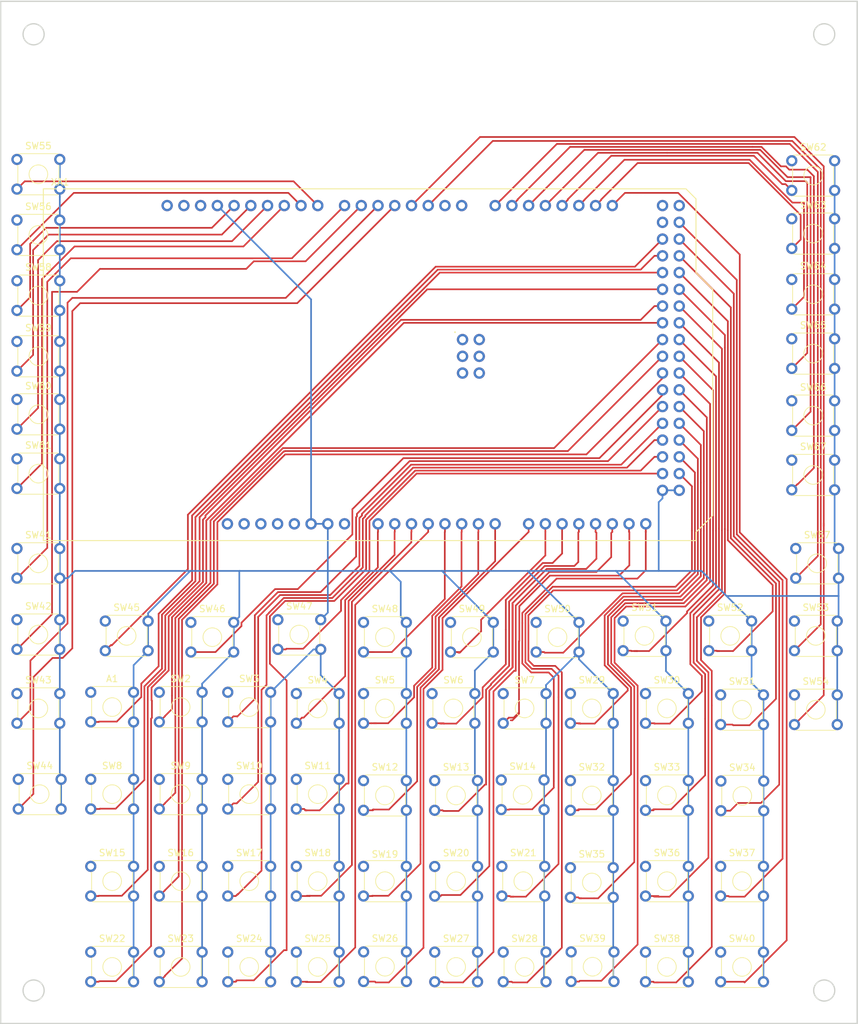
<source format=kicad_pcb>
(kicad_pcb (version 20171130) (host pcbnew "(5.0.1)-3")
  (layers (0 F.Cu signal) (31 B.Cu signal) (34 B.Paste user) (35 F.Paste user) (36 B.SilkS user) (37 F.SilkS user) (38 B.Mask user) (39 F.Mask user) (44 Edge.Cuts user))
  (net 0 "")
  (net 1 GND)
  (net 2 "Net-(SW2-Pad1)")
  (net 3 "Net-(SW3-Pad1)")
  (net 4 "Net-(SW4-Pad1)")
  (net 5 "Net-(XA1-PadRST2)")
  (net 6 "Net-(XA1-PadGND4)")
  (net 7 "Net-(XA1-PadMOSI)")
  (net 8 "Net-(XA1-PadSCK)")
  (net 9 "Net-(XA1-Pad5V2)")
  (net 10 "Net-(XA1-PadVIN)")
  (net 11 "Net-(XA1-Pad5V1)")
  (net 12 "Net-(XA1-Pad3V3)")
  (net 13 "Net-(XA1-PadRST1)")
  (net 14 "Net-(XA1-PadIORF)")
  (net 15 "Net-(XA1-PadD0)")
  (net 16 "Net-(XA1-PadSCL)")
  (net 17 "Net-(XA1-PadSDA)")
  (net 18 "Net-(XA1-PadAREF)")
  (net 19 "Net-(XA1-Pad5V3)")
  (net 20 "Net-(XA1-Pad5V4)")
  (net 21 "Net-(XA1-PadMISO)")
  (net 22 /A)
  (net 23 /B)
  (net 24 /C)
  (net 25 /Y)
  (net 26 /X)
  (net 27 /R)
  (net 28 /S)
  (net 29 /T)
  (net 30 /U)
  (net 31 /V)
  (net 32 /W)
  (net 33 /D)
  (net 34 /E)
  (net 35 /F)
  (net 36 /G)
  (net 37 /H)
  (net 38 /I)
  (net 39 /J)
  (net 40 /K)
  (net 41 /L)
  (net 42 /M)
  (net 43 /N)
  (net 44 /P)
  (net 45 /Q)
  (net 46 /MSG)
  (net 47 "Net-(SW41-Pad1)")
  (net 48 "Net-(SW49-Pad1)")
  (net 49 /DSPLMENU)
  (net 50 /PERF)
  (net 51 "Net-(SW48-Pad1)")
  (net 52 "Net-(SW47-Pad1)")
  (net 53 /DEPARR)
  (net 54 /LEGS)
  (net 55 "Net-(SW46-Pad1)")
  (net 56 "Net-(SW45-Pad1)")
  (net 57 /FPLN)
  (net 58 /TUN)
  (net 59 "Net-(SW44-Pad1)")
  (net 60 "Net-(SW53-Pad1)")
  (net 61 /NEXT)
  (net 62 /MFDDATA)
  (net 63 "Net-(SW51-Pad1)")
  (net 64 "Net-(SW42-Pad1)")
  (net 65 /DIR)
  (net 66 "Net-(SW40-Pad1)")
  (net 67 "Net-(SW39-Pad1)")
  (net 68 /DOT)
  (net 69 /0)
  (net 70 "Net-(SW38-Pad1)")
  (net 71 "Net-(SW37-Pad1)")
  (net 72 /9)
  (net 73 /8)
  (net 74 "Net-(SW36-Pad1)")
  (net 75 "Net-(SW35-Pad1)")
  (net 76 /7)
  (net 77 /IDX)
  (net 78 "Net-(SW43-Pad1)")
  (net 79 "Net-(SW59-Pad1)")
  (net 80 /LSK_L4)
  (net 81 /LSK_R5)
  (net 82 "Net-(SW66-Pad1)")
  (net 83 "Net-(SW65-Pad1)")
  (net 84 /LSK_R4)
  (net 85 /LSK_R3)
  (net 86 "Net-(SW64-Pad1)")
  (net 87 "Net-(SW63-Pad1)")
  (net 88 /LSK_R2)
  (net 89 /LSK_R1)
  (net 90 "Net-(SW62-Pad1)")
  (net 91 "Net-(SW61-Pad1)")
  (net 92 /LSK_L6)
  (net 93 /LSK_L5)
  (net 94 "Net-(SW60-Pad1)")
  (net 95 "Net-(SW58-Pad1)")
  (net 96 /LSK_L3)
  (net 97 /EXEC)
  (net 98 "Net-(SW57-Pad1)")
  (net 99 "Net-(SW56-Pad1)")
  (net 100 /LSK_L2)
  (net 101 /LSK_L1)
  (net 102 "Net-(SW55-Pad1)")
  (net 103 "Net-(SW54-Pad1)")
  (net 104 /CLRDEL)
  (net 105 /PREV)
  (net 106 "Net-(SW52-Pad1)")
  (net 107 "Net-(SW67-Pad1)")
  (net 108 /LSK_R6)
  (net 109 "Net-(SW10-Pad1)")
  (net 110 "Net-(SW9-Pad1)")
  (net 111 "Net-(SW17-Pad1)")
  (net 112 "Net-(SW16-Pad1)")
  (net 113 /O)
  (net 114 "Net-(SW15-Pad1)")
  (net 115 "Net-(SW14-Pad1)")
  (net 116 "Net-(SW13-Pad1)")
  (net 117 "Net-(SW12-Pad1)")
  (net 118 /6)
  (net 119 "Net-(SW34-Pad1)")
  (net 120 "Net-(SW33-Pad1)")
  (net 121 /5)
  (net 122 "Net-(SW8-Pad1)")
  (net 123 "Net-(SW7-Pad1)")
  (net 124 "Net-(SW6-Pad1)")
  (net 125 "Net-(SW5-Pad1)")
  (net 126 "Net-(SW11-Pad1)")
  (net 127 "Net-(SW18-Pad1)")
  (net 128 "Net-(SW19-Pad1)")
  (net 129 "Net-(SW32-Pad1)")
  (net 130 /4)
  (net 131 /3)
  (net 132 "Net-(SW31-Pad1)")
  (net 133 "Net-(SW30-Pad1)")
  (net 134 /2)
  (net 135 /1)
  (net 136 "Net-(SW29-Pad1)")
  (net 137 "Net-(SW28-Pad1)")
  (net 138 /SLASH)
  (net 139 /MFDADV)
  (net 140 "Net-(SW50-Pad1)")
  (net 141 "Net-(SW26-Pad1)")
  (net 142 /Z)
  (net 143 "Net-(SW25-Pad1)")
  (net 144 "Net-(SW24-Pad1)")
  (net 145 "Net-(SW23-Pad1)")
  (net 146 "Net-(SW22-Pad1)")
  (net 147 "Net-(SW21-Pad1)")
  (net 148 "Net-(SW20-Pad1)")
  (net 149 /SP)
  (net 150 "Net-(SW27-Pad1)")
  (net 151 "Net-(A1-Pad1)")
  (net 152 "Net-(XA1-PadD1)")
  (net 153 "Net-(XA1-PadD22)")
  (net 154 /PLUSMINUS)
  (module Button_Switch_THT:SW_TH_Tactile_Omron_B3F-10xx (layer F.Cu) (at 202.4 91.8)
    (fp_text reference SW67 (at 3.25 -2.05) (layer F.SilkS))
    (fp_text value SW_DPST)
    (pad 1 thru_hole circle (at 0 0) (size 1.7 1.7) (drill 1) (layers *.Cu *.Mask) (net 107 "Net-(SW67-Pad1)"))
    (pad 2 thru_hole circle (at 6.5 0) (size 1.7 1.7) (drill 1) (layers *.Cu *.Mask) (net 1 GND))
    (pad 3 thru_hole circle (at 0 4.5) (size 1.7 1.7) (drill 1) (layers *.Cu *.Mask) (net 108 /LSK_R6))
    (pad 4 thru_hole circle (at 6.5 4.5) (size 1.7 1.7) (drill 1) (layers *.Cu *.Mask) (net 1 GND))
  )
  (module Button_Switch_THT:SW_TH_Tactile_Omron_B3F-10xx (layer F.Cu) (at 96 127)
    (fp_text reference A1 (at 3.25 -2.05) (layer F.SilkS))
    (fp_text value A)
    (pad 1 thru_hole circle (at 0 0) (size 1.7 1.7) (drill 1) (layers *.Cu *.Mask) (net 151 "Net-(A1-Pad1)"))
    (pad 2 thru_hole circle (at 6.5 0) (size 1.7 1.7) (drill 1) (layers *.Cu *.Mask) (net 1 GND))
    (pad 3 thru_hole circle (at 0 4.5) (size 1.7 1.7) (drill 1) (layers *.Cu *.Mask) (net 22 /A))
    (pad 4 thru_hole circle (at 6.5 4.5) (size 1.7 1.7) (drill 1) (layers *.Cu *.Mask) (net 1 GND))
  )
  (module Button_Switch_THT:SW_TH_Tactile_Omron_B3F-10xx (layer F.Cu) (at 127.2 140.2)
    (fp_text reference SW11 (at 3.25 -2.05) (layer F.SilkS))
    (fp_text value K)
    (pad 1 thru_hole circle (at 0 0) (size 1.7 1.7) (drill 1) (layers *.Cu *.Mask) (net 126 "Net-(SW11-Pad1)"))
    (pad 2 thru_hole circle (at 6.5 0) (size 1.7 1.7) (drill 1) (layers *.Cu *.Mask) (net 1 GND))
    (pad 3 thru_hole circle (at 0 4.5) (size 1.7 1.7) (drill 1) (layers *.Cu *.Mask) (net 40 /K))
    (pad 4 thru_hole circle (at 6.5 4.5) (size 1.7 1.7) (drill 1) (layers *.Cu *.Mask) (net 1 GND))
  )
  (module Button_Switch_THT:SW_TH_Tactile_Omron_B3F-10xx (layer F.Cu) (at 127.2 127.2)
    (fp_text reference SW4 (at 3.25 -2.05) (layer F.SilkS))
    (fp_text value D)
    (pad 1 thru_hole circle (at 0 0) (size 1.7 1.7) (drill 1) (layers *.Cu *.Mask) (net 4 "Net-(SW4-Pad1)"))
    (pad 2 thru_hole circle (at 6.5 0) (size 1.7 1.7) (drill 1) (layers *.Cu *.Mask) (net 1 GND))
    (pad 3 thru_hole circle (at 0 4.5) (size 1.7 1.7) (drill 1) (layers *.Cu *.Mask) (net 33 /D))
    (pad 4 thru_hole circle (at 6.5 4.5) (size 1.7 1.7) (drill 1) (layers *.Cu *.Mask) (net 1 GND))
  )
  (module Button_Switch_THT:SW_TH_Tactile_Omron_B3F-10xx (layer F.Cu) (at 137.4 127.2)
    (fp_text reference SW5 (at 3.25 -2.05) (layer F.SilkS))
    (fp_text value E)
    (pad 1 thru_hole circle (at 0 0) (size 1.7 1.7) (drill 1) (layers *.Cu *.Mask) (net 125 "Net-(SW5-Pad1)"))
    (pad 2 thru_hole circle (at 6.5 0) (size 1.7 1.7) (drill 1) (layers *.Cu *.Mask) (net 1 GND))
    (pad 3 thru_hole circle (at 0 4.5) (size 1.7 1.7) (drill 1) (layers *.Cu *.Mask) (net 34 /E))
    (pad 4 thru_hole circle (at 6.5 4.5) (size 1.7 1.7) (drill 1) (layers *.Cu *.Mask) (net 1 GND))
  )
  (module Button_Switch_THT:SW_TH_Tactile_Omron_B3F-10xx (layer F.Cu) (at 147.8 127.2)
    (fp_text reference SW6 (at 3.25 -2.05) (layer F.SilkS))
    (fp_text value F)
    (pad 1 thru_hole circle (at 0 0) (size 1.7 1.7) (drill 1) (layers *.Cu *.Mask) (net 124 "Net-(SW6-Pad1)"))
    (pad 2 thru_hole circle (at 6.5 0) (size 1.7 1.7) (drill 1) (layers *.Cu *.Mask) (net 1 GND))
    (pad 3 thru_hole circle (at 0 4.5) (size 1.7 1.7) (drill 1) (layers *.Cu *.Mask) (net 35 /F))
    (pad 4 thru_hole circle (at 6.5 4.5) (size 1.7 1.7) (drill 1) (layers *.Cu *.Mask) (net 1 GND))
  )
  (module Button_Switch_THT:SW_TH_Tactile_Omron_B3F-10xx (layer F.Cu) (at 158.6 127.2)
    (fp_text reference SW7 (at 3.25 -2.05) (layer F.SilkS))
    (fp_text value G)
    (pad 1 thru_hole circle (at 0 0) (size 1.7 1.7) (drill 1) (layers *.Cu *.Mask) (net 123 "Net-(SW7-Pad1)"))
    (pad 2 thru_hole circle (at 6.5 0) (size 1.7 1.7) (drill 1) (layers *.Cu *.Mask) (net 1 GND))
    (pad 3 thru_hole circle (at 0 4.5) (size 1.7 1.7) (drill 1) (layers *.Cu *.Mask) (net 36 /G))
    (pad 4 thru_hole circle (at 6.5 4.5) (size 1.7 1.7) (drill 1) (layers *.Cu *.Mask) (net 1 GND))
  )
  (module Button_Switch_THT:SW_TH_Tactile_Omron_B3F-10xx (layer F.Cu) (at 96 140.2)
    (fp_text reference SW8 (at 3.25 -2.05) (layer F.SilkS))
    (fp_text value H)
    (pad 1 thru_hole circle (at 0 0) (size 1.7 1.7) (drill 1) (layers *.Cu *.Mask) (net 122 "Net-(SW8-Pad1)"))
    (pad 2 thru_hole circle (at 6.5 0) (size 1.7 1.7) (drill 1) (layers *.Cu *.Mask) (net 1 GND))
    (pad 3 thru_hole circle (at 0 4.5) (size 1.7 1.7) (drill 1) (layers *.Cu *.Mask) (net 37 /H))
    (pad 4 thru_hole circle (at 6.5 4.5) (size 1.7 1.7) (drill 1) (layers *.Cu *.Mask) (net 1 GND))
  )
  (module Button_Switch_THT:SW_TH_Tactile_Omron_B3F-10xx (layer F.Cu) (at 137.4 140.4)
    (fp_text reference SW12 (at 3.25 -2.05) (layer F.SilkS))
    (fp_text value L)
    (pad 1 thru_hole circle (at 0 0) (size 1.7 1.7) (drill 1) (layers *.Cu *.Mask) (net 117 "Net-(SW12-Pad1)"))
    (pad 2 thru_hole circle (at 6.5 0) (size 1.7 1.7) (drill 1) (layers *.Cu *.Mask) (net 1 GND))
    (pad 3 thru_hole circle (at 0 4.5) (size 1.7 1.7) (drill 1) (layers *.Cu *.Mask) (net 41 /L))
    (pad 4 thru_hole circle (at 6.5 4.5) (size 1.7 1.7) (drill 1) (layers *.Cu *.Mask) (net 1 GND))
  )
  (module Button_Switch_THT:SW_TH_Tactile_Omron_B3F-10xx (layer F.Cu) (at 148.2 140.4)
    (fp_text reference SW13 (at 3.25 -2.05) (layer F.SilkS))
    (fp_text value M)
    (pad 1 thru_hole circle (at 0 0) (size 1.7 1.7) (drill 1) (layers *.Cu *.Mask) (net 116 "Net-(SW13-Pad1)"))
    (pad 2 thru_hole circle (at 6.5 0) (size 1.7 1.7) (drill 1) (layers *.Cu *.Mask) (net 1 GND))
    (pad 3 thru_hole circle (at 0 4.5) (size 1.7 1.7) (drill 1) (layers *.Cu *.Mask) (net 42 /M))
    (pad 4 thru_hole circle (at 6.5 4.5) (size 1.7 1.7) (drill 1) (layers *.Cu *.Mask) (net 1 GND))
  )
  (module Button_Switch_THT:SW_TH_Tactile_Omron_B3F-10xx (layer F.Cu) (at 158.3 140.3)
    (fp_text reference SW14 (at 3.25 -2.05) (layer F.SilkS))
    (fp_text value N)
    (pad 1 thru_hole circle (at 0 0) (size 1.7 1.7) (drill 1) (layers *.Cu *.Mask) (net 115 "Net-(SW14-Pad1)"))
    (pad 2 thru_hole circle (at 6.5 0) (size 1.7 1.7) (drill 1) (layers *.Cu *.Mask) (net 1 GND))
    (pad 3 thru_hole circle (at 0 4.5) (size 1.7 1.7) (drill 1) (layers *.Cu *.Mask) (net 43 /N))
    (pad 4 thru_hole circle (at 6.5 4.5) (size 1.7 1.7) (drill 1) (layers *.Cu *.Mask) (net 1 GND))
  )
  (module Button_Switch_THT:SW_TH_Tactile_Omron_B3F-10xx (layer F.Cu) (at 96 153.4)
    (fp_text reference SW15 (at 3.25 -2.05) (layer F.SilkS))
    (fp_text value Q)
    (pad 1 thru_hole circle (at 0 0) (size 1.7 1.7) (drill 1) (layers *.Cu *.Mask) (net 114 "Net-(SW15-Pad1)"))
    (pad 2 thru_hole circle (at 6.5 0) (size 1.7 1.7) (drill 1) (layers *.Cu *.Mask) (net 1 GND))
    (pad 3 thru_hole circle (at 0 4.5) (size 1.7 1.7) (drill 1) (layers *.Cu *.Mask) (net 113 /O))
    (pad 4 thru_hole circle (at 6.5 4.5) (size 1.7 1.7) (drill 1) (layers *.Cu *.Mask) (net 1 GND))
  )
  (module Button_Switch_THT:SW_TH_Tactile_Omron_B3F-10xx (layer F.Cu) (at 106.4 153.4)
    (fp_text reference SW16 (at 3.25 -2.05) (layer F.SilkS))
    (fp_text value P)
    (pad 1 thru_hole circle (at 0 0) (size 1.7 1.7) (drill 1) (layers *.Cu *.Mask) (net 112 "Net-(SW16-Pad1)"))
    (pad 2 thru_hole circle (at 6.5 0) (size 1.7 1.7) (drill 1) (layers *.Cu *.Mask) (net 1 GND))
    (pad 3 thru_hole circle (at 0 4.5) (size 1.7 1.7) (drill 1) (layers *.Cu *.Mask) (net 44 /P))
    (pad 4 thru_hole circle (at 6.5 4.5) (size 1.7 1.7) (drill 1) (layers *.Cu *.Mask) (net 1 GND))
  )
  (module Button_Switch_THT:SW_TH_Tactile_Omron_B3F-10xx (layer F.Cu) (at 106.4 140.2)
    (fp_text reference SW9 (at 3.25 -2.05) (layer F.SilkS))
    (fp_text value I)
    (pad 1 thru_hole circle (at 0 0) (size 1.7 1.7) (drill 1) (layers *.Cu *.Mask) (net 110 "Net-(SW9-Pad1)"))
    (pad 2 thru_hole circle (at 6.5 0) (size 1.7 1.7) (drill 1) (layers *.Cu *.Mask) (net 1 GND))
    (pad 3 thru_hole circle (at 0 4.5) (size 1.7 1.7) (drill 1) (layers *.Cu *.Mask) (net 38 /I))
    (pad 4 thru_hole circle (at 6.5 4.5) (size 1.7 1.7) (drill 1) (layers *.Cu *.Mask) (net 1 GND))
  )
  (module Button_Switch_THT:SW_TH_Tactile_Omron_B3F-10xx (layer F.Cu) (at 116.8 140.2)
    (fp_text reference SW10 (at 3.25 -2.05) (layer F.SilkS))
    (fp_text value J)
    (pad 1 thru_hole circle (at 0 0) (size 1.7 1.7) (drill 1) (layers *.Cu *.Mask) (net 109 "Net-(SW10-Pad1)"))
    (pad 2 thru_hole circle (at 6.5 0) (size 1.7 1.7) (drill 1) (layers *.Cu *.Mask) (net 1 GND))
    (pad 3 thru_hole circle (at 0 4.5) (size 1.7 1.7) (drill 1) (layers *.Cu *.Mask) (net 39 /J))
    (pad 4 thru_hole circle (at 6.5 4.5) (size 1.7 1.7) (drill 1) (layers *.Cu *.Mask) (net 1 GND))
  )
  (module Button_Switch_THT:SW_TH_Tactile_Omron_B3F-10xx (layer F.Cu) (at 116.8 127)
    (fp_text reference SW3 (at 3.25 -2.05) (layer F.SilkS))
    (fp_text value C)
    (pad 1 thru_hole circle (at 0 0) (size 1.7 1.7) (drill 1) (layers *.Cu *.Mask) (net 3 "Net-(SW3-Pad1)"))
    (pad 2 thru_hole circle (at 6.5 0) (size 1.7 1.7) (drill 1) (layers *.Cu *.Mask) (net 1 GND))
    (pad 3 thru_hole circle (at 0 4.5) (size 1.7 1.7) (drill 1) (layers *.Cu *.Mask) (net 24 /C))
    (pad 4 thru_hole circle (at 6.5 4.5) (size 1.7 1.7) (drill 1) (layers *.Cu *.Mask) (net 1 GND))
  )
  (module Button_Switch_THT:SW_TH_Tactile_Omron_B3F-10xx (layer F.Cu) (at 106.4 127)
    (fp_text reference SW2 (at 3.25 -2.05) (layer F.SilkS))
    (fp_text value B)
    (pad 1 thru_hole circle (at 0 0) (size 1.7 1.7) (drill 1) (layers *.Cu *.Mask) (net 2 "Net-(SW2-Pad1)"))
    (pad 2 thru_hole circle (at 6.5 0) (size 1.7 1.7) (drill 1) (layers *.Cu *.Mask) (net 1 GND))
    (pad 3 thru_hole circle (at 0 4.5) (size 1.7 1.7) (drill 1) (layers *.Cu *.Mask) (net 23 /B))
    (pad 4 thru_hole circle (at 6.5 4.5) (size 1.7 1.7) (drill 1) (layers *.Cu *.Mask) (net 1 GND))
  )
  (module Arduino:Arduino_Mega2560_Shield (layer F.Cu) (at 88.8 104)
    (fp_text reference XA1 (at 2.54 -54.356) (layer F.SilkS))
    (fp_text value Arduino_Mega2560_Shield)
    (fp_text user . (at 62.484 -32.004) (layer F.SilkS))
    (pad RST2 thru_hole oval (at 63.627 -25.4) (size 1.7272 1.7272) (drill 1.016) (layers *.Cu *.Mask) (net 5 "Net-(XA1-PadRST2)"))
    (pad GND4 thru_hole oval (at 66.167 -25.4) (size 1.7272 1.7272) (drill 1.016) (layers *.Cu *.Mask) (net 6 "Net-(XA1-PadGND4)"))
    (pad MOSI thru_hole oval (at 66.167 -27.94) (size 1.7272 1.7272) (drill 1.016) (layers *.Cu *.Mask) (net 7 "Net-(XA1-PadMOSI)"))
    (pad SCK thru_hole oval (at 63.627 -27.94) (size 1.7272 1.7272) (drill 1.016) (layers *.Cu *.Mask) (net 8 "Net-(XA1-PadSCK)"))
    (pad 5V2 thru_hole oval (at 66.167 -30.48) (size 1.7272 1.7272) (drill 1.016) (layers *.Cu *.Mask) (net 9 "Net-(XA1-Pad5V2)"))
    (pad A0 thru_hole oval (at 50.8 -2.54) (size 1.7272 1.7272) (drill 1.016) (layers *.Cu *.Mask) (net 33 /D))
    (pad VIN thru_hole oval (at 45.72 -2.54) (size 1.7272 1.7272) (drill 1.016) (layers *.Cu *.Mask) (net 10 "Net-(XA1-PadVIN)"))
    (pad GND3 thru_hole oval (at 43.18 -2.54) (size 1.7272 1.7272) (drill 1.016) (layers *.Cu *.Mask) (net 1 GND))
    (pad GND2 thru_hole oval (at 40.64 -2.54) (size 1.7272 1.7272) (drill 1.016) (layers *.Cu *.Mask) (net 1 GND))
    (pad 5V1 thru_hole oval (at 38.1 -2.54) (size 1.7272 1.7272) (drill 1.016) (layers *.Cu *.Mask) (net 11 "Net-(XA1-Pad5V1)"))
    (pad 3V3 thru_hole oval (at 35.56 -2.54) (size 1.7272 1.7272) (drill 1.016) (layers *.Cu *.Mask) (net 12 "Net-(XA1-Pad3V3)"))
    (pad RST1 thru_hole oval (at 33.02 -2.54) (size 1.7272 1.7272) (drill 1.016) (layers *.Cu *.Mask) (net 13 "Net-(XA1-PadRST1)"))
    (pad IORF thru_hole oval (at 30.48 -2.54) (size 1.7272 1.7272) (drill 1.016) (layers *.Cu *.Mask) (net 14 "Net-(XA1-PadIORF)"))
    (pad D21 thru_hole oval (at 86.36 -50.8) (size 1.7272 1.7272) (drill 1.016) (layers *.Cu *.Mask) (net 154 /PLUSMINUS))
    (pad D20 thru_hole oval (at 83.82 -50.8) (size 1.7272 1.7272) (drill 1.016) (layers *.Cu *.Mask) (net 88 /LSK_R2))
    (pad D19 thru_hole oval (at 81.28 -50.8) (size 1.7272 1.7272) (drill 1.016) (layers *.Cu *.Mask) (net 85 /LSK_R3))
    (pad D18 thru_hole oval (at 78.74 -50.8) (size 1.7272 1.7272) (drill 1.016) (layers *.Cu *.Mask) (net 89 /LSK_R1))
    (pad D17 thru_hole oval (at 76.2 -50.8) (size 1.7272 1.7272) (drill 1.016) (layers *.Cu *.Mask) (net 84 /LSK_R4))
    (pad D16 thru_hole oval (at 73.66 -50.8) (size 1.7272 1.7272) (drill 1.016) (layers *.Cu *.Mask) (net 81 /LSK_R5))
    (pad D15 thru_hole oval (at 71.12 -50.8) (size 1.7272 1.7272) (drill 1.016) (layers *.Cu *.Mask) (net 108 /LSK_R6))
    (pad D14 thru_hole oval (at 68.58 -50.8) (size 1.7272 1.7272) (drill 1.016) (layers *.Cu *.Mask) (net 97 /EXEC))
    (pad D0 thru_hole oval (at 63.5 -50.8) (size 1.7272 1.7272) (drill 1.016) (layers *.Cu *.Mask) (net 15 "Net-(XA1-PadD0)"))
    (pad D1 thru_hole oval (at 60.96 -50.8) (size 1.7272 1.7272) (drill 1.016) (layers *.Cu *.Mask) (net 152 "Net-(XA1-PadD1)"))
    (pad D2 thru_hole oval (at 58.42 -50.8) (size 1.7272 1.7272) (drill 1.016) (layers *.Cu *.Mask) (net 61 /NEXT))
    (pad D3 thru_hole oval (at 55.88 -50.8) (size 1.7272 1.7272) (drill 1.016) (layers *.Cu *.Mask) (net 104 /CLRDEL))
    (pad D4 thru_hole oval (at 53.34 -50.8) (size 1.7272 1.7272) (drill 1.016) (layers *.Cu *.Mask) (net 58 /TUN))
    (pad D5 thru_hole oval (at 50.8 -50.8) (size 1.7272 1.7272) (drill 1.016) (layers *.Cu *.Mask) (net 77 /IDX))
    (pad D6 thru_hole oval (at 48.26 -50.8) (size 1.7272 1.7272) (drill 1.016) (layers *.Cu *.Mask) (net 65 /DIR))
    (pad D7 thru_hole oval (at 45.72 -50.8) (size 1.7272 1.7272) (drill 1.016) (layers *.Cu *.Mask) (net 46 /MSG))
    (pad GND1 thru_hole oval (at 26.416 -50.8) (size 1.7272 1.7272) (drill 1.016) (layers *.Cu *.Mask) (net 1 GND))
    (pad D8 thru_hole oval (at 41.656 -50.8) (size 1.7272 1.7272) (drill 1.016) (layers *.Cu *.Mask) (net 101 /LSK_L1))
    (pad D9 thru_hole oval (at 39.116 -50.8) (size 1.7272 1.7272) (drill 1.016) (layers *.Cu *.Mask) (net 100 /LSK_L2))
    (pad D10 thru_hole oval (at 36.576 -50.8) (size 1.7272 1.7272) (drill 1.016) (layers *.Cu *.Mask) (net 92 /LSK_L6))
    (pad "" np_thru_hole circle (at 66.04 -7.62) (size 3.2 3.2) (drill 3.2) (layers *.Cu *.Mask))
    (pad "" np_thru_hole circle (at 66.04 -35.56) (size 3.2 3.2) (drill 3.2) (layers *.Cu *.Mask))
    (pad "" np_thru_hole circle (at 90.17 -50.8) (size 3.2 3.2) (drill 3.2) (layers *.Cu *.Mask))
    (pad "" np_thru_hole circle (at 15.24 -50.8) (size 3.2 3.2) (drill 3.2) (layers *.Cu *.Mask))
    (pad "" np_thru_hole circle (at 96.52 -2.54) (size 3.2 3.2) (drill 3.2) (layers *.Cu *.Mask))
    (pad "" np_thru_hole circle (at 13.97 -2.54) (size 3.2 3.2) (drill 3.2) (layers *.Cu *.Mask))
    (pad SCL thru_hole oval (at 18.796 -50.8) (size 1.7272 1.7272) (drill 1.016) (layers *.Cu *.Mask) (net 16 "Net-(XA1-PadSCL)"))
    (pad SDA thru_hole oval (at 21.336 -50.8) (size 1.7272 1.7272) (drill 1.016) (layers *.Cu *.Mask) (net 17 "Net-(XA1-PadSDA)"))
    (pad AREF thru_hole oval (at 23.876 -50.8) (size 1.7272 1.7272) (drill 1.016) (layers *.Cu *.Mask) (net 18 "Net-(XA1-PadAREF)"))
    (pad D13 thru_hole oval (at 28.956 -50.8) (size 1.7272 1.7272) (drill 1.016) (layers *.Cu *.Mask) (net 96 /LSK_L3))
    (pad D12 thru_hole oval (at 31.496 -50.8) (size 1.7272 1.7272) (drill 1.016) (layers *.Cu *.Mask) (net 80 /LSK_L4))
    (pad D11 thru_hole oval (at 34.036 -50.8) (size 1.7272 1.7272) (drill 1.016) (layers *.Cu *.Mask) (net 93 /LSK_L5))
    (pad "" thru_hole oval (at 27.94 -2.54) (size 1.7272 1.7272) (drill 1.016) (layers *.Cu *.Mask))
    (pad A1 thru_hole oval (at 53.34 -2.54) (size 1.7272 1.7272) (drill 1.016) (layers *.Cu *.Mask) (net 40 /K))
    (pad A2 thru_hole oval (at 55.88 -2.54) (size 1.7272 1.7272) (drill 1.016) (layers *.Cu *.Mask) (net 27 /R))
    (pad A3 thru_hole oval (at 58.42 -2.54) (size 1.7272 1.7272) (drill 1.016) (layers *.Cu *.Mask) (net 25 /Y))
    (pad A4 thru_hole oval (at 60.96 -2.54) (size 1.7272 1.7272) (drill 1.016) (layers *.Cu *.Mask) (net 50 /PERF))
    (pad A5 thru_hole oval (at 63.5 -2.54) (size 1.7272 1.7272) (drill 1.016) (layers *.Cu *.Mask) (net 34 /E))
    (pad A6 thru_hole oval (at 66.04 -2.54) (size 1.7272 1.7272) (drill 1.016) (layers *.Cu *.Mask) (net 41 /L))
    (pad A7 thru_hole oval (at 68.58 -2.54) (size 1.7272 1.7272) (drill 1.016) (layers *.Cu *.Mask) (net 28 /S))
    (pad A8 thru_hole oval (at 73.66 -2.54) (size 1.7272 1.7272) (drill 1.016) (layers *.Cu *.Mask) (net 142 /Z))
    (pad A9 thru_hole oval (at 76.2 -2.54) (size 1.7272 1.7272) (drill 1.016) (layers *.Cu *.Mask) (net 49 /DSPLMENU))
    (pad A10 thru_hole oval (at 78.74 -2.54) (size 1.7272 1.7272) (drill 1.016) (layers *.Cu *.Mask) (net 35 /F))
    (pad A11 thru_hole oval (at 81.28 -2.54) (size 1.7272 1.7272) (drill 1.016) (layers *.Cu *.Mask) (net 42 /M))
    (pad A12 thru_hole oval (at 83.82 -2.54) (size 1.7272 1.7272) (drill 1.016) (layers *.Cu *.Mask) (net 29 /T))
    (pad A13 thru_hole oval (at 86.36 -2.54) (size 1.7272 1.7272) (drill 1.016) (layers *.Cu *.Mask) (net 149 /SP))
    (pad A14 thru_hole oval (at 88.9 -2.54) (size 1.7272 1.7272) (drill 1.016) (layers *.Cu *.Mask) (net 36 /G))
    (pad A15 thru_hole oval (at 91.44 -2.54) (size 1.7272 1.7272) (drill 1.016) (layers *.Cu *.Mask) (net 43 /N))
    (pad 5V3 thru_hole oval (at 93.98 -50.8) (size 1.7272 1.7272) (drill 1.016) (layers *.Cu *.Mask) (net 19 "Net-(XA1-Pad5V3)"))
    (pad 5V4 thru_hole oval (at 96.52 -50.8) (size 1.7272 1.7272) (drill 1.016) (layers *.Cu *.Mask) (net 20 "Net-(XA1-Pad5V4)"))
    (pad D22 thru_hole oval (at 93.98 -48.26) (size 1.7272 1.7272) (drill 1.016) (layers *.Cu *.Mask) (net 153 "Net-(XA1-PadD22)"))
    (pad D23 thru_hole oval (at 96.52 -48.26) (size 1.7272 1.7272) (drill 1.016) (layers *.Cu *.Mask) (net 72 /9))
    (pad D24 thru_hole oval (at 93.98 -45.72) (size 1.7272 1.7272) (drill 1.016) (layers *.Cu *.Mask) (net 57 /FPLN))
    (pad D25 thru_hole oval (at 96.52 -45.72) (size 1.7272 1.7272) (drill 1.016) (layers *.Cu *.Mask) (net 118 /6))
    (pad D26 thru_hole oval (at 93.98 -43.18) (size 1.7272 1.7272) (drill 1.016) (layers *.Cu *.Mask) (net 22 /A))
    (pad D27 thru_hole oval (at 96.52 -43.18) (size 1.7272 1.7272) (drill 1.016) (layers *.Cu *.Mask) (net 131 /3))
    (pad D28 thru_hole oval (at 93.98 -40.64) (size 1.7272 1.7272) (drill 1.016) (layers *.Cu *.Mask) (net 37 /H))
    (pad D29 thru_hole oval (at 96.52 -40.64) (size 1.7272 1.7272) (drill 1.016) (layers *.Cu *.Mask) (net 105 /PREV))
    (pad D30 thru_hole oval (at 93.98 -38.1) (size 1.7272 1.7272) (drill 1.016) (layers *.Cu *.Mask) (net 113 /O))
    (pad D31 thru_hole oval (at 96.52 -38.1) (size 1.7272 1.7272) (drill 1.016) (layers *.Cu *.Mask) (net 69 /0))
    (pad D32 thru_hole oval (at 93.98 -35.56) (size 1.7272 1.7272) (drill 1.016) (layers *.Cu *.Mask) (net 31 /V))
    (pad D33 thru_hole oval (at 96.52 -35.56) (size 1.7272 1.7272) (drill 1.016) (layers *.Cu *.Mask) (net 73 /8))
    (pad D34 thru_hole oval (at 93.98 -33.02) (size 1.7272 1.7272) (drill 1.016) (layers *.Cu *.Mask) (net 23 /B))
    (pad D35 thru_hole oval (at 96.52 -33.02) (size 1.7272 1.7272) (drill 1.016) (layers *.Cu *.Mask) (net 121 /5))
    (pad D36 thru_hole oval (at 93.98 -30.48) (size 1.7272 1.7272) (drill 1.016) (layers *.Cu *.Mask) (net 38 /I))
    (pad D37 thru_hole oval (at 96.52 -30.48) (size 1.7272 1.7272) (drill 1.016) (layers *.Cu *.Mask) (net 134 /2))
    (pad D38 thru_hole oval (at 93.98 -27.94) (size 1.7272 1.7272) (drill 1.016) (layers *.Cu *.Mask) (net 44 /P))
    (pad D39 thru_hole oval (at 96.52 -27.94) (size 1.7272 1.7272) (drill 1.016) (layers *.Cu *.Mask) (net 62 /MFDDATA))
    (pad D40 thru_hole oval (at 93.98 -25.4) (size 1.7272 1.7272) (drill 1.016) (layers *.Cu *.Mask) (net 32 /W))
    (pad D41 thru_hole oval (at 96.52 -25.4) (size 1.7272 1.7272) (drill 1.016) (layers *.Cu *.Mask) (net 68 /DOT))
    (pad D42 thru_hole oval (at 93.98 -22.86) (size 1.7272 1.7272) (drill 1.016) (layers *.Cu *.Mask) (net 54 /LEGS))
    (pad D43 thru_hole oval (at 96.52 -22.86) (size 1.7272 1.7272) (drill 1.016) (layers *.Cu *.Mask) (net 76 /7))
    (pad D44 thru_hole oval (at 93.98 -20.32) (size 1.7272 1.7272) (drill 1.016) (layers *.Cu *.Mask) (net 24 /C))
    (pad D45 thru_hole oval (at 96.52 -20.32) (size 1.7272 1.7272) (drill 1.016) (layers *.Cu *.Mask) (net 130 /4))
    (pad D46 thru_hole oval (at 93.98 -17.78) (size 1.7272 1.7272) (drill 1.016) (layers *.Cu *.Mask) (net 39 /J))
    (pad D47 thru_hole oval (at 96.52 -17.78) (size 1.7272 1.7272) (drill 1.016) (layers *.Cu *.Mask) (net 135 /1))
    (pad D48 thru_hole oval (at 93.98 -15.24) (size 1.7272 1.7272) (drill 1.016) (layers *.Cu *.Mask) (net 45 /Q))
    (pad D49 thru_hole oval (at 96.52 -15.24) (size 1.7272 1.7272) (drill 1.016) (layers *.Cu *.Mask) (net 139 /MFDADV))
    (pad D50 thru_hole oval (at 93.98 -12.7) (size 1.7272 1.7272) (drill 1.016) (layers *.Cu *.Mask) (net 26 /X))
    (pad D51 thru_hole oval (at 96.52 -12.7) (size 1.7272 1.7272) (drill 1.016) (layers *.Cu *.Mask) (net 138 /SLASH))
    (pad D52 thru_hole oval (at 93.98 -10.16) (size 1.7272 1.7272) (drill 1.016) (layers *.Cu *.Mask) (net 53 /DEPARR))
    (pad D53 thru_hole oval (at 96.52 -10.16) (size 1.7272 1.7272) (drill 1.016) (layers *.Cu *.Mask) (net 30 /U))
    (pad GND5 thru_hole oval (at 93.98 -7.62) (size 1.7272 1.7272) (drill 1.016) (layers *.Cu *.Mask) (net 1 GND))
    (pad GND6 thru_hole oval (at 96.52 -7.62) (size 1.7272 1.7272) (drill 1.016) (layers *.Cu *.Mask) (net 1 GND))
    (pad MISO thru_hole oval (at 63.627 -30.48) (size 1.7272 1.7272) (drill 1.016) (layers *.Cu *.Mask) (net 21 "Net-(XA1-PadMISO)"))
  )
  (module Button_Switch_THT:SW_TH_Tactile_Omron_B3F-10xx (layer F.Cu) (at 148.209 166.4)
    (fp_text reference SW27 (at 3.25 -2.05) (layer F.SilkS))
    (fp_text value SW_DPST)
    (pad 1 thru_hole circle (at 0 0) (size 1.7 1.7) (drill 1) (layers *.Cu *.Mask) (net 150 "Net-(SW27-Pad1)"))
    (pad 2 thru_hole circle (at 6.5 0) (size 1.7 1.7) (drill 1) (layers *.Cu *.Mask) (net 1 GND))
    (pad 3 thru_hole circle (at 0 4.5) (size 1.7 1.7) (drill 1) (layers *.Cu *.Mask) (net 149 /SP))
    (pad 4 thru_hole circle (at 6.5 4.5) (size 1.7 1.7) (drill 1) (layers *.Cu *.Mask) (net 1 GND))
  )
  (module Button_Switch_THT:SW_TH_Tactile_Omron_B3F-10xx (layer F.Cu) (at 148.209 153.416)
    (fp_text reference SW20 (at 3.25 -2.05) (layer F.SilkS))
    (fp_text value SW_DPST)
    (pad 1 thru_hole circle (at 0 0) (size 1.7 1.7) (drill 1) (layers *.Cu *.Mask) (net 148 "Net-(SW20-Pad1)"))
    (pad 2 thru_hole circle (at 6.5 0) (size 1.7 1.7) (drill 1) (layers *.Cu *.Mask) (net 1 GND))
    (pad 3 thru_hole circle (at 0 4.5) (size 1.7 1.7) (drill 1) (layers *.Cu *.Mask) (net 29 /T))
    (pad 4 thru_hole circle (at 6.5 4.5) (size 1.7 1.7) (drill 1) (layers *.Cu *.Mask) (net 1 GND))
  )
  (module Button_Switch_THT:SW_TH_Tactile_Omron_B3F-10xx (layer F.Cu) (at 158.4 153.4)
    (fp_text reference SW21 (at 3.25 -2.05) (layer F.SilkS))
    (fp_text value SW_DPST)
    (pad 1 thru_hole circle (at 0 0) (size 1.7 1.7) (drill 1) (layers *.Cu *.Mask) (net 147 "Net-(SW21-Pad1)"))
    (pad 2 thru_hole circle (at 6.5 0) (size 1.7 1.7) (drill 1) (layers *.Cu *.Mask) (net 1 GND))
    (pad 3 thru_hole circle (at 0 4.5) (size 1.7 1.7) (drill 1) (layers *.Cu *.Mask) (net 30 /U))
    (pad 4 thru_hole circle (at 6.5 4.5) (size 1.7 1.7) (drill 1) (layers *.Cu *.Mask) (net 1 GND))
  )
  (module Button_Switch_THT:SW_TH_Tactile_Omron_B3F-10xx (layer F.Cu) (at 96 166.4)
    (fp_text reference SW22 (at 3.25 -2.05) (layer F.SilkS))
    (fp_text value SW_DPST)
    (pad 1 thru_hole circle (at 0 0) (size 1.7 1.7) (drill 1) (layers *.Cu *.Mask) (net 146 "Net-(SW22-Pad1)"))
    (pad 2 thru_hole circle (at 6.5 0) (size 1.7 1.7) (drill 1) (layers *.Cu *.Mask) (net 1 GND))
    (pad 3 thru_hole circle (at 0 4.5) (size 1.7 1.7) (drill 1) (layers *.Cu *.Mask) (net 31 /V))
    (pad 4 thru_hole circle (at 6.5 4.5) (size 1.7 1.7) (drill 1) (layers *.Cu *.Mask) (net 1 GND))
  )
  (module Button_Switch_THT:SW_TH_Tactile_Omron_B3F-10xx (layer F.Cu) (at 106.4 166.4)
    (fp_text reference SW23 (at 3.25 -2.05) (layer F.SilkS))
    (fp_text value SW_DPST)
    (pad 1 thru_hole circle (at 0 0) (size 1.7 1.7) (drill 1) (layers *.Cu *.Mask) (net 145 "Net-(SW23-Pad1)"))
    (pad 2 thru_hole circle (at 6.5 0) (size 1.7 1.7) (drill 1) (layers *.Cu *.Mask) (net 1 GND))
    (pad 3 thru_hole circle (at 0 4.5) (size 1.7 1.7) (drill 1) (layers *.Cu *.Mask) (net 32 /W))
    (pad 4 thru_hole circle (at 6.5 4.5) (size 1.7 1.7) (drill 1) (layers *.Cu *.Mask) (net 1 GND))
  )
  (module Button_Switch_THT:SW_TH_Tactile_Omron_B3F-10xx (layer F.Cu) (at 116.8 166.4)
    (fp_text reference SW24 (at 3.25 -2.05) (layer F.SilkS))
    (fp_text value SW_DPST)
    (pad 1 thru_hole circle (at 0 0) (size 1.7 1.7) (drill 1) (layers *.Cu *.Mask) (net 144 "Net-(SW24-Pad1)"))
    (pad 2 thru_hole circle (at 6.5 0) (size 1.7 1.7) (drill 1) (layers *.Cu *.Mask) (net 1 GND))
    (pad 3 thru_hole circle (at 0 4.5) (size 1.7 1.7) (drill 1) (layers *.Cu *.Mask) (net 26 /X))
    (pad 4 thru_hole circle (at 6.5 4.5) (size 1.7 1.7) (drill 1) (layers *.Cu *.Mask) (net 1 GND))
  )
  (module Button_Switch_THT:SW_TH_Tactile_Omron_B3F-10xx (layer F.Cu) (at 127.2 166.4)
    (fp_text reference SW25 (at 3.25 -2.05) (layer F.SilkS))
    (fp_text value SW_DPST)
    (pad 1 thru_hole circle (at 0 0) (size 1.7 1.7) (drill 1) (layers *.Cu *.Mask) (net 143 "Net-(SW25-Pad1)"))
    (pad 2 thru_hole circle (at 6.5 0) (size 1.7 1.7) (drill 1) (layers *.Cu *.Mask) (net 1 GND))
    (pad 3 thru_hole circle (at 0 4.5) (size 1.7 1.7) (drill 1) (layers *.Cu *.Mask) (net 25 /Y))
    (pad 4 thru_hole circle (at 6.5 4.5) (size 1.7 1.7) (drill 1) (layers *.Cu *.Mask) (net 1 GND))
  )
  (module Button_Switch_THT:SW_TH_Tactile_Omron_B3F-10xx (layer F.Cu) (at 137.414 166.37)
    (fp_text reference SW26 (at 3.25 -2.05) (layer F.SilkS))
    (fp_text value SW_DPST)
    (pad 1 thru_hole circle (at 0 0) (size 1.7 1.7) (drill 1) (layers *.Cu *.Mask) (net 141 "Net-(SW26-Pad1)"))
    (pad 2 thru_hole circle (at 6.5 0) (size 1.7 1.7) (drill 1) (layers *.Cu *.Mask) (net 1 GND))
    (pad 3 thru_hole circle (at 0 4.5) (size 1.7 1.7) (drill 1) (layers *.Cu *.Mask) (net 142 /Z))
    (pad 4 thru_hole circle (at 6.5 4.5) (size 1.7 1.7) (drill 1) (layers *.Cu *.Mask) (net 1 GND))
  )
  (module Button_Switch_THT:SW_TH_Tactile_Omron_B3F-10xx (layer F.Cu) (at 163.6 116.4)
    (fp_text reference SW50 (at 3.25 -2.05) (layer F.SilkS))
    (fp_text value SW_DPST)
    (pad 1 thru_hole circle (at 0 0) (size 1.7 1.7) (drill 1) (layers *.Cu *.Mask) (net 140 "Net-(SW50-Pad1)"))
    (pad 2 thru_hole circle (at 6.5 0) (size 1.7 1.7) (drill 1) (layers *.Cu *.Mask) (net 1 GND))
    (pad 3 thru_hole circle (at 0 4.5) (size 1.7 1.7) (drill 1) (layers *.Cu *.Mask) (net 139 /MFDADV))
    (pad 4 thru_hole circle (at 6.5 4.5) (size 1.7 1.7) (drill 1) (layers *.Cu *.Mask) (net 1 GND))
  )
  (module Button_Switch_THT:SW_TH_Tactile_Omron_B3F-10xx (layer F.Cu) (at 158.6 166.4)
    (fp_text reference SW28 (at 3.25 -2.05) (layer F.SilkS))
    (fp_text value SW_DPST)
    (pad 1 thru_hole circle (at 0 0) (size 1.7 1.7) (drill 1) (layers *.Cu *.Mask) (net 137 "Net-(SW28-Pad1)"))
    (pad 2 thru_hole circle (at 6.5 0) (size 1.7 1.7) (drill 1) (layers *.Cu *.Mask) (net 1 GND))
    (pad 3 thru_hole circle (at 0 4.5) (size 1.7 1.7) (drill 1) (layers *.Cu *.Mask) (net 138 /SLASH))
    (pad 4 thru_hole circle (at 6.5 4.5) (size 1.7 1.7) (drill 1) (layers *.Cu *.Mask) (net 1 GND))
  )
  (module Button_Switch_THT:SW_TH_Tactile_Omron_B3F-10xx (layer F.Cu) (at 168.8 127.2)
    (fp_text reference SW29 (at 3.25 -2.05) (layer F.SilkS))
    (fp_text value SW_DPST)
    (pad 1 thru_hole circle (at 0 0) (size 1.7 1.7) (drill 1) (layers *.Cu *.Mask) (net 136 "Net-(SW29-Pad1)"))
    (pad 2 thru_hole circle (at 6.5 0) (size 1.7 1.7) (drill 1) (layers *.Cu *.Mask) (net 1 GND))
    (pad 3 thru_hole circle (at 0 4.5) (size 1.7 1.7) (drill 1) (layers *.Cu *.Mask) (net 135 /1))
    (pad 4 thru_hole circle (at 6.5 4.5) (size 1.7 1.7) (drill 1) (layers *.Cu *.Mask) (net 1 GND))
  )
  (module Button_Switch_THT:SW_TH_Tactile_Omron_B3F-10xx (layer F.Cu) (at 180.2 127.2)
    (fp_text reference SW30 (at 3.25 -2.05) (layer F.SilkS))
    (fp_text value SW_DPST)
    (pad 1 thru_hole circle (at 0 0) (size 1.7 1.7) (drill 1) (layers *.Cu *.Mask) (net 133 "Net-(SW30-Pad1)"))
    (pad 2 thru_hole circle (at 6.5 0) (size 1.7 1.7) (drill 1) (layers *.Cu *.Mask) (net 1 GND))
    (pad 3 thru_hole circle (at 0 4.5) (size 1.7 1.7) (drill 1) (layers *.Cu *.Mask) (net 134 /2))
    (pad 4 thru_hole circle (at 6.5 4.5) (size 1.7 1.7) (drill 1) (layers *.Cu *.Mask) (net 1 GND))
  )
  (module Button_Switch_THT:SW_TH_Tactile_Omron_B3F-10xx (layer F.Cu) (at 191.6 127.4)
    (fp_text reference SW31 (at 3.25 -2.05) (layer F.SilkS))
    (fp_text value SW_DPST)
    (pad 1 thru_hole circle (at 0 0) (size 1.7 1.7) (drill 1) (layers *.Cu *.Mask) (net 132 "Net-(SW31-Pad1)"))
    (pad 2 thru_hole circle (at 6.5 0) (size 1.7 1.7) (drill 1) (layers *.Cu *.Mask) (net 1 GND))
    (pad 3 thru_hole circle (at 0 4.5) (size 1.7 1.7) (drill 1) (layers *.Cu *.Mask) (net 131 /3))
    (pad 4 thru_hole circle (at 6.5 4.5) (size 1.7 1.7) (drill 1) (layers *.Cu *.Mask) (net 1 GND))
  )
  (module Button_Switch_THT:SW_TH_Tactile_Omron_B3F-10xx (layer F.Cu) (at 168.8 140.4)
    (fp_text reference SW32 (at 3.25 -2.05) (layer F.SilkS))
    (fp_text value SW_DPST)
    (pad 1 thru_hole circle (at 0 0) (size 1.7 1.7) (drill 1) (layers *.Cu *.Mask) (net 129 "Net-(SW32-Pad1)"))
    (pad 2 thru_hole circle (at 6.5 0) (size 1.7 1.7) (drill 1) (layers *.Cu *.Mask) (net 1 GND))
    (pad 3 thru_hole circle (at 0 4.5) (size 1.7 1.7) (drill 1) (layers *.Cu *.Mask) (net 130 /4))
    (pad 4 thru_hole circle (at 6.5 4.5) (size 1.7 1.7) (drill 1) (layers *.Cu *.Mask) (net 1 GND))
  )
  (module Button_Switch_THT:SW_TH_Tactile_Omron_B3F-10xx (layer F.Cu) (at 137.4 153.4)
    (fp_text reference SW19 (at 3.25 -1.835001) (layer F.SilkS))
    (fp_text value SW_DPST)
    (pad 1 thru_hole circle (at 0 0) (size 1.7 1.7) (drill 1) (layers *.Cu *.Mask) (net 128 "Net-(SW19-Pad1)"))
    (pad 2 thru_hole circle (at 6.5 0) (size 1.7 1.7) (drill 1) (layers *.Cu *.Mask) (net 1 GND))
    (pad 3 thru_hole circle (at 0 4.5) (size 1.7 1.7) (drill 1) (layers *.Cu *.Mask) (net 28 /S))
    (pad 4 thru_hole circle (at 6.5 4.5) (size 1.7 1.7) (drill 1) (layers *.Cu *.Mask) (net 1 GND))
  )
  (module Button_Switch_THT:SW_TH_Tactile_Omron_B3F-10xx (layer F.Cu) (at 127.2 153.4)
    (fp_text reference SW18 (at 3.25 -2.05) (layer F.SilkS))
    (fp_text value SW_DPST)
    (pad 1 thru_hole circle (at 0 0) (size 1.7 1.7) (drill 1) (layers *.Cu *.Mask) (net 127 "Net-(SW18-Pad1)"))
    (pad 2 thru_hole circle (at 6.5 0) (size 1.7 1.7) (drill 1) (layers *.Cu *.Mask) (net 1 GND))
    (pad 3 thru_hole circle (at 0 4.5) (size 1.7 1.7) (drill 1) (layers *.Cu *.Mask) (net 27 /R))
    (pad 4 thru_hole circle (at 6.5 4.5) (size 1.7 1.7) (drill 1) (layers *.Cu *.Mask) (net 1 GND))
  )
  (module Button_Switch_THT:SW_TH_Tactile_Omron_B3F-10xx (layer F.Cu) (at 180.2 140.4)
    (fp_text reference SW33 (at 3.25 -2.05) (layer F.SilkS))
    (fp_text value SW_DPST)
    (pad 1 thru_hole circle (at 0 0) (size 1.7 1.7) (drill 1) (layers *.Cu *.Mask) (net 120 "Net-(SW33-Pad1)"))
    (pad 2 thru_hole circle (at 6.5 0) (size 1.7 1.7) (drill 1) (layers *.Cu *.Mask) (net 1 GND))
    (pad 3 thru_hole circle (at 0 4.5) (size 1.7 1.7) (drill 1) (layers *.Cu *.Mask) (net 121 /5))
    (pad 4 thru_hole circle (at 6.5 4.5) (size 1.7 1.7) (drill 1) (layers *.Cu *.Mask) (net 1 GND))
  )
  (module Button_Switch_THT:SW_TH_Tactile_Omron_B3F-10xx (layer F.Cu) (at 191.643 140.462)
    (fp_text reference SW34 (at 3.25 -2.05) (layer F.SilkS))
    (fp_text value SW_DPST)
    (pad 1 thru_hole circle (at 0 0) (size 1.7 1.7) (drill 1) (layers *.Cu *.Mask) (net 119 "Net-(SW34-Pad1)"))
    (pad 2 thru_hole circle (at 6.5 0) (size 1.7 1.7) (drill 1) (layers *.Cu *.Mask) (net 1 GND))
    (pad 3 thru_hole circle (at 0 4.5) (size 1.7 1.7) (drill 1) (layers *.Cu *.Mask) (net 118 /6))
    (pad 4 thru_hole circle (at 6.5 4.5) (size 1.7 1.7) (drill 1) (layers *.Cu *.Mask) (net 1 GND))
  )
  (module Button_Switch_THT:SW_TH_Tactile_Omron_B3F-10xx (layer F.Cu) (at 116.8 153.4)
    (fp_text reference SW17 (at 3.25 -2.05) (layer F.SilkS))
    (fp_text value SW_DPST)
    (pad 1 thru_hole circle (at 0 0) (size 1.7 1.7) (drill 1) (layers *.Cu *.Mask) (net 111 "Net-(SW17-Pad1)"))
    (pad 2 thru_hole circle (at 6.5 0) (size 1.7 1.7) (drill 1) (layers *.Cu *.Mask) (net 1 GND))
    (pad 3 thru_hole circle (at 0 4.5) (size 1.7 1.7) (drill 1) (layers *.Cu *.Mask) (net 45 /Q))
    (pad 4 thru_hole circle (at 6.5 4.5) (size 1.7 1.7) (drill 1) (layers *.Cu *.Mask) (net 1 GND))
  )
  (module Button_Switch_THT:SW_TH_Tactile_Omron_B3F-10xx (layer F.Cu) (at 189.8 116.2)
    (fp_text reference SW52 (at 3.25 -2.05) (layer F.SilkS))
    (fp_text value SW_DPST)
    (pad 1 thru_hole circle (at 0 0) (size 1.7 1.7) (drill 1) (layers *.Cu *.Mask) (net 106 "Net-(SW52-Pad1)"))
    (pad 2 thru_hole circle (at 6.5 0) (size 1.7 1.7) (drill 1) (layers *.Cu *.Mask) (net 1 GND))
    (pad 3 thru_hole circle (at 0 4.5) (size 1.7 1.7) (drill 1) (layers *.Cu *.Mask) (net 105 /PREV))
    (pad 4 thru_hole circle (at 6.5 4.5) (size 1.7 1.7) (drill 1) (layers *.Cu *.Mask) (net 1 GND))
  )
  (module Button_Switch_THT:SW_TH_Tactile_Omron_B3F-10xx (layer F.Cu) (at 202.8 127.4)
    (fp_text reference SW54 (at 3.25 -2.05) (layer F.SilkS))
    (fp_text value SW_DPST)
    (pad 1 thru_hole circle (at 0 0) (size 1.7 1.7) (drill 1) (layers *.Cu *.Mask) (net 103 "Net-(SW54-Pad1)"))
    (pad 2 thru_hole circle (at 6.5 0) (size 1.7 1.7) (drill 1) (layers *.Cu *.Mask) (net 1 GND))
    (pad 3 thru_hole circle (at 0 4.5) (size 1.7 1.7) (drill 1) (layers *.Cu *.Mask) (net 104 /CLRDEL))
    (pad 4 thru_hole circle (at 6.5 4.5) (size 1.7 1.7) (drill 1) (layers *.Cu *.Mask) (net 1 GND))
  )
  (module Button_Switch_THT:SW_TH_Tactile_Omron_B3F-10xx (layer F.Cu) (at 84.8 46.2)
    (fp_text reference SW55 (at 3.25 -2.05) (layer F.SilkS))
    (fp_text value SW_DPST)
    (pad 1 thru_hole circle (at 0 0) (size 1.7 1.7) (drill 1) (layers *.Cu *.Mask) (net 102 "Net-(SW55-Pad1)"))
    (pad 2 thru_hole circle (at 6.5 0) (size 1.7 1.7) (drill 1) (layers *.Cu *.Mask) (net 1 GND))
    (pad 3 thru_hole circle (at 0 4.5) (size 1.7 1.7) (drill 1) (layers *.Cu *.Mask) (net 101 /LSK_L1))
    (pad 4 thru_hole circle (at 6.5 4.5) (size 1.7 1.7) (drill 1) (layers *.Cu *.Mask) (net 1 GND))
  )
  (module Button_Switch_THT:SW_TH_Tactile_Omron_B3F-10xx (layer F.Cu) (at 84.8 55.4)
    (fp_text reference SW56 (at 3.25 -2.05) (layer F.SilkS))
    (fp_text value SW_DPST)
    (pad 1 thru_hole circle (at 0 0) (size 1.7 1.7) (drill 1) (layers *.Cu *.Mask) (net 99 "Net-(SW56-Pad1)"))
    (pad 2 thru_hole circle (at 6.5 0) (size 1.7 1.7) (drill 1) (layers *.Cu *.Mask) (net 1 GND))
    (pad 3 thru_hole circle (at 0 4.5) (size 1.7 1.7) (drill 1) (layers *.Cu *.Mask) (net 100 /LSK_L2))
    (pad 4 thru_hole circle (at 6.5 4.5) (size 1.7 1.7) (drill 1) (layers *.Cu *.Mask) (net 1 GND))
  )
  (module Button_Switch_THT:SW_TH_Tactile_Omron_B3F-10xx (layer F.Cu) (at 203 105.2)
    (fp_text reference SW57 (at 3.25 -2.05) (layer F.SilkS))
    (fp_text value SW_DPST)
    (pad 1 thru_hole circle (at 0 0) (size 1.7 1.7) (drill 1) (layers *.Cu *.Mask) (net 98 "Net-(SW57-Pad1)"))
    (pad 2 thru_hole circle (at 6.5 0) (size 1.7 1.7) (drill 1) (layers *.Cu *.Mask) (net 1 GND))
    (pad 3 thru_hole circle (at 0 4.5) (size 1.7 1.7) (drill 1) (layers *.Cu *.Mask) (net 97 /EXEC))
    (pad 4 thru_hole circle (at 6.5 4.5) (size 1.7 1.7) (drill 1) (layers *.Cu *.Mask) (net 1 GND))
  )
  (module Button_Switch_THT:SW_TH_Tactile_Omron_B3F-10xx (layer F.Cu) (at 84.8 64.6)
    (fp_text reference SW58 (at 3.25 -2.05) (layer F.SilkS))
    (fp_text value SW_DPST)
    (pad 1 thru_hole circle (at 0 0) (size 1.7 1.7) (drill 1) (layers *.Cu *.Mask) (net 95 "Net-(SW58-Pad1)"))
    (pad 2 thru_hole circle (at 6.5 0) (size 1.7 1.7) (drill 1) (layers *.Cu *.Mask) (net 1 GND))
    (pad 3 thru_hole circle (at 0 4.5) (size 1.7 1.7) (drill 1) (layers *.Cu *.Mask) (net 96 /LSK_L3))
    (pad 4 thru_hole circle (at 6.5 4.5) (size 1.7 1.7) (drill 1) (layers *.Cu *.Mask) (net 1 GND))
  )
  (module Button_Switch_THT:SW_TH_Tactile_Omron_B3F-10xx (layer F.Cu) (at 84.8 82.6)
    (fp_text reference SW60 (at 3.25 -2.05) (layer F.SilkS))
    (fp_text value SW_DPST)
    (pad 1 thru_hole circle (at 0 0) (size 1.7 1.7) (drill 1) (layers *.Cu *.Mask) (net 94 "Net-(SW60-Pad1)"))
    (pad 2 thru_hole circle (at 6.5 0) (size 1.7 1.7) (drill 1) (layers *.Cu *.Mask) (net 1 GND))
    (pad 3 thru_hole circle (at 0 4.5) (size 1.7 1.7) (drill 1) (layers *.Cu *.Mask) (net 93 /LSK_L5))
    (pad 4 thru_hole circle (at 6.5 4.5) (size 1.7 1.7) (drill 1) (layers *.Cu *.Mask) (net 1 GND))
  )
  (module Button_Switch_THT:SW_TH_Tactile_Omron_B3F-10xx (layer F.Cu) (at 84.8 91.6)
    (fp_text reference SW61 (at 3.25 -2.05) (layer F.SilkS))
    (fp_text value SW_DPST)
    (pad 1 thru_hole circle (at 0 0) (size 1.7 1.7) (drill 1) (layers *.Cu *.Mask) (net 91 "Net-(SW61-Pad1)"))
    (pad 2 thru_hole circle (at 6.5 0) (size 1.7 1.7) (drill 1) (layers *.Cu *.Mask) (net 1 GND))
    (pad 3 thru_hole circle (at 0 4.5) (size 1.7 1.7) (drill 1) (layers *.Cu *.Mask) (net 92 /LSK_L6))
    (pad 4 thru_hole circle (at 6.5 4.5) (size 1.7 1.7) (drill 1) (layers *.Cu *.Mask) (net 1 GND))
  )
  (module Button_Switch_THT:SW_TH_Tactile_Omron_B3F-10xx (layer F.Cu) (at 202.4 46.4)
    (fp_text reference SW62 (at 3.25 -2.05) (layer F.SilkS))
    (fp_text value SW_DPST)
    (pad 1 thru_hole circle (at 0 0) (size 1.7 1.7) (drill 1) (layers *.Cu *.Mask) (net 90 "Net-(SW62-Pad1)"))
    (pad 2 thru_hole circle (at 6.5 0) (size 1.7 1.7) (drill 1) (layers *.Cu *.Mask) (net 1 GND))
    (pad 3 thru_hole circle (at 0 4.5) (size 1.7 1.7) (drill 1) (layers *.Cu *.Mask) (net 89 /LSK_R1))
    (pad 4 thru_hole circle (at 6.5 4.5) (size 1.7 1.7) (drill 1) (layers *.Cu *.Mask) (net 1 GND))
  )
  (module Button_Switch_THT:SW_TH_Tactile_Omron_B3F-10xx (layer F.Cu) (at 202.4 55.2)
    (fp_text reference SW63 (at 3.25 -2.05) (layer F.SilkS))
    (fp_text value SW_DPST)
    (pad 1 thru_hole circle (at 0 0) (size 1.7 1.7) (drill 1) (layers *.Cu *.Mask) (net 87 "Net-(SW63-Pad1)"))
    (pad 2 thru_hole circle (at 6.5 0) (size 1.7 1.7) (drill 1) (layers *.Cu *.Mask) (net 1 GND))
    (pad 3 thru_hole circle (at 0 4.5) (size 1.7 1.7) (drill 1) (layers *.Cu *.Mask) (net 88 /LSK_R2))
    (pad 4 thru_hole circle (at 6.5 4.5) (size 1.7 1.7) (drill 1) (layers *.Cu *.Mask) (net 1 GND))
  )
  (module Button_Switch_THT:SW_TH_Tactile_Omron_B3F-10xx (layer F.Cu) (at 202.4 64.4)
    (fp_text reference SW64 (at 3.25 -2.05) (layer F.SilkS))
    (fp_text value SW_DPST)
    (pad 1 thru_hole circle (at 0 0) (size 1.7 1.7) (drill 1) (layers *.Cu *.Mask) (net 86 "Net-(SW64-Pad1)"))
    (pad 2 thru_hole circle (at 6.5 0) (size 1.7 1.7) (drill 1) (layers *.Cu *.Mask) (net 1 GND))
    (pad 3 thru_hole circle (at 0 4.5) (size 1.7 1.7) (drill 1) (layers *.Cu *.Mask) (net 85 /LSK_R3))
    (pad 4 thru_hole circle (at 6.5 4.5) (size 1.7 1.7) (drill 1) (layers *.Cu *.Mask) (net 1 GND))
  )
  (module Button_Switch_THT:SW_TH_Tactile_Omron_B3F-10xx (layer F.Cu) (at 202.4 73.4)
    (fp_text reference SW65 (at 3.25 -2.05) (layer F.SilkS))
    (fp_text value SW_DPST)
    (pad 1 thru_hole circle (at 0 0) (size 1.7 1.7) (drill 1) (layers *.Cu *.Mask) (net 83 "Net-(SW65-Pad1)"))
    (pad 2 thru_hole circle (at 6.5 0) (size 1.7 1.7) (drill 1) (layers *.Cu *.Mask) (net 1 GND))
    (pad 3 thru_hole circle (at 0 4.5) (size 1.7 1.7) (drill 1) (layers *.Cu *.Mask) (net 84 /LSK_R4))
    (pad 4 thru_hole circle (at 6.5 4.5) (size 1.7 1.7) (drill 1) (layers *.Cu *.Mask) (net 1 GND))
  )
  (module Button_Switch_THT:SW_TH_Tactile_Omron_B3F-10xx (layer F.Cu) (at 202.4 82.8)
    (fp_text reference SW66 (at 3.25 -2.05) (layer F.SilkS))
    (fp_text value SW_DPST)
    (pad 1 thru_hole circle (at 0 0) (size 1.7 1.7) (drill 1) (layers *.Cu *.Mask) (net 82 "Net-(SW66-Pad1)"))
    (pad 2 thru_hole circle (at 6.5 0) (size 1.7 1.7) (drill 1) (layers *.Cu *.Mask) (net 1 GND))
    (pad 3 thru_hole circle (at 0 4.5) (size 1.7 1.7) (drill 1) (layers *.Cu *.Mask) (net 81 /LSK_R5))
    (pad 4 thru_hole circle (at 6.5 4.5) (size 1.7 1.7) (drill 1) (layers *.Cu *.Mask) (net 1 GND))
  )
  (module Button_Switch_THT:SW_TH_Tactile_Omron_B3F-10xx (layer F.Cu) (at 84.8 73.8)
    (fp_text reference SW59 (at 3.25 -2.05) (layer F.SilkS))
    (fp_text value SW_DPST)
    (pad 1 thru_hole circle (at 0 0) (size 1.7 1.7) (drill 1) (layers *.Cu *.Mask) (net 79 "Net-(SW59-Pad1)"))
    (pad 2 thru_hole circle (at 6.5 0) (size 1.7 1.7) (drill 1) (layers *.Cu *.Mask) (net 1 GND))
    (pad 3 thru_hole circle (at 0 4.5) (size 1.7 1.7) (drill 1) (layers *.Cu *.Mask) (net 80 /LSK_L4))
    (pad 4 thru_hole circle (at 6.5 4.5) (size 1.7 1.7) (drill 1) (layers *.Cu *.Mask) (net 1 GND))
  )
  (module Button_Switch_THT:SW_TH_Tactile_Omron_B3F-10xx (layer F.Cu) (at 84.8 127.2)
    (fp_text reference SW43 (at 3.25 -2.05) (layer F.SilkS))
    (fp_text value SW_DPST)
    (pad 1 thru_hole circle (at 0 0) (size 1.7 1.7) (drill 1) (layers *.Cu *.Mask) (net 78 "Net-(SW43-Pad1)"))
    (pad 2 thru_hole circle (at 6.5 0) (size 1.7 1.7) (drill 1) (layers *.Cu *.Mask) (net 1 GND))
    (pad 3 thru_hole circle (at 0 4.5) (size 1.7 1.7) (drill 1) (layers *.Cu *.Mask) (net 77 /IDX))
    (pad 4 thru_hole circle (at 6.5 4.5) (size 1.7 1.7) (drill 1) (layers *.Cu *.Mask) (net 1 GND))
  )
  (module Button_Switch_THT:SW_TH_Tactile_Omron_B3F-10xx (layer F.Cu) (at 168.8 153.6)
    (fp_text reference SW35 (at 3.25 -2.05) (layer F.SilkS))
    (fp_text value SW_DPST)
    (pad 1 thru_hole circle (at 0 0) (size 1.7 1.7) (drill 1) (layers *.Cu *.Mask) (net 75 "Net-(SW35-Pad1)"))
    (pad 2 thru_hole circle (at 6.5 0) (size 1.7 1.7) (drill 1) (layers *.Cu *.Mask) (net 1 GND))
    (pad 3 thru_hole circle (at 0 4.5) (size 1.7 1.7) (drill 1) (layers *.Cu *.Mask) (net 76 /7))
    (pad 4 thru_hole circle (at 6.5 4.5) (size 1.7 1.7) (drill 1) (layers *.Cu *.Mask) (net 1 GND))
  )
  (module Button_Switch_THT:SW_TH_Tactile_Omron_B3F-10xx (layer F.Cu) (at 180.2 153.4)
    (fp_text reference SW36 (at 3.25 -2.05) (layer F.SilkS))
    (fp_text value SW_DPST)
    (pad 1 thru_hole circle (at 0 0) (size 1.7 1.7) (drill 1) (layers *.Cu *.Mask) (net 74 "Net-(SW36-Pad1)"))
    (pad 2 thru_hole circle (at 6.5 0) (size 1.7 1.7) (drill 1) (layers *.Cu *.Mask) (net 1 GND))
    (pad 3 thru_hole circle (at 0 4.5) (size 1.7 1.7) (drill 1) (layers *.Cu *.Mask) (net 73 /8))
    (pad 4 thru_hole circle (at 6.5 4.5) (size 1.7 1.7) (drill 1) (layers *.Cu *.Mask) (net 1 GND))
  )
  (module Button_Switch_THT:SW_TH_Tactile_Omron_B3F-10xx (layer F.Cu) (at 191.6 153.4)
    (fp_text reference SW37 (at 3.25 -2.05) (layer F.SilkS))
    (fp_text value SW_DPST)
    (pad 1 thru_hole circle (at 0 0) (size 1.7 1.7) (drill 1) (layers *.Cu *.Mask) (net 71 "Net-(SW37-Pad1)"))
    (pad 2 thru_hole circle (at 6.5 0) (size 1.7 1.7) (drill 1) (layers *.Cu *.Mask) (net 1 GND))
    (pad 3 thru_hole circle (at 0 4.5) (size 1.7 1.7) (drill 1) (layers *.Cu *.Mask) (net 72 /9))
    (pad 4 thru_hole circle (at 6.5 4.5) (size 1.7 1.7) (drill 1) (layers *.Cu *.Mask) (net 1 GND))
  )
  (module Button_Switch_THT:SW_TH_Tactile_Omron_B3F-10xx (layer F.Cu) (at 180.2 166.4)
    (fp_text reference SW38 (at 3.25 -2.05) (layer F.SilkS))
    (fp_text value SW_DPST)
    (pad 1 thru_hole circle (at 0 0) (size 1.7 1.7) (drill 1) (layers *.Cu *.Mask) (net 70 "Net-(SW38-Pad1)"))
    (pad 2 thru_hole circle (at 6.5 0) (size 1.7 1.7) (drill 1) (layers *.Cu *.Mask) (net 1 GND))
    (pad 3 thru_hole circle (at 0 4.5) (size 1.7 1.7) (drill 1) (layers *.Cu *.Mask) (net 69 /0))
    (pad 4 thru_hole circle (at 6.5 4.5) (size 1.7 1.7) (drill 1) (layers *.Cu *.Mask) (net 1 GND))
  )
  (module Button_Switch_THT:SW_TH_Tactile_Omron_B3F-10xx (layer F.Cu) (at 168.91 166.37)
    (fp_text reference SW39 (at 3.25 -2.05) (layer F.SilkS))
    (fp_text value SW_DPST)
    (pad 1 thru_hole circle (at 0 0) (size 1.7 1.7) (drill 1) (layers *.Cu *.Mask) (net 67 "Net-(SW39-Pad1)"))
    (pad 2 thru_hole circle (at 6.5 0) (size 1.7 1.7) (drill 1) (layers *.Cu *.Mask) (net 1 GND))
    (pad 3 thru_hole circle (at 0 4.5) (size 1.7 1.7) (drill 1) (layers *.Cu *.Mask) (net 68 /DOT))
    (pad 4 thru_hole circle (at 6.5 4.5) (size 1.7 1.7) (drill 1) (layers *.Cu *.Mask) (net 1 GND))
  )
  (module Button_Switch_THT:SW_TH_Tactile_Omron_B3F-10xx (layer F.Cu) (at 191.6 166.4)
    (fp_text reference SW40 (at 3.25 -2.05) (layer F.SilkS))
    (fp_text value SW_DPST)
    (pad 1 thru_hole circle (at 0 0) (size 1.7 1.7) (drill 1) (layers *.Cu *.Mask) (net 66 "Net-(SW40-Pad1)"))
    (pad 2 thru_hole circle (at 6.5 0) (size 1.7 1.7) (drill 1) (layers *.Cu *.Mask) (net 1 GND))
    (pad 3 thru_hole circle (at 0 4.5) (size 1.7 1.7) (drill 1) (layers *.Cu *.Mask) (net 154 /PLUSMINUS))
    (pad 4 thru_hole circle (at 6.5 4.5) (size 1.7 1.7) (drill 1) (layers *.Cu *.Mask) (net 1 GND))
  )
  (module Button_Switch_THT:SW_TH_Tactile_Omron_B3F-10xx (layer F.Cu) (at 84.8 116)
    (fp_text reference SW42 (at 3.25 -2.05) (layer F.SilkS))
    (fp_text value SW_DPST)
    (pad 1 thru_hole circle (at 0 0) (size 1.7 1.7) (drill 1) (layers *.Cu *.Mask) (net 64 "Net-(SW42-Pad1)"))
    (pad 2 thru_hole circle (at 6.5 0) (size 1.7 1.7) (drill 1) (layers *.Cu *.Mask) (net 1 GND))
    (pad 3 thru_hole circle (at 0 4.5) (size 1.7 1.7) (drill 1) (layers *.Cu *.Mask) (net 65 /DIR))
    (pad 4 thru_hole circle (at 6.5 4.5) (size 1.7 1.7) (drill 1) (layers *.Cu *.Mask) (net 1 GND))
  )
  (module Button_Switch_THT:SW_TH_Tactile_Omron_B3F-10xx (layer F.Cu) (at 176.8 116.2)
    (fp_text reference SW51 (at 3.25 -2.05) (layer F.SilkS))
    (fp_text value SW_DPST)
    (pad 1 thru_hole circle (at 0 0) (size 1.7 1.7) (drill 1) (layers *.Cu *.Mask) (net 63 "Net-(SW51-Pad1)"))
    (pad 2 thru_hole circle (at 6.5 0) (size 1.7 1.7) (drill 1) (layers *.Cu *.Mask) (net 1 GND))
    (pad 3 thru_hole circle (at 0 4.5) (size 1.7 1.7) (drill 1) (layers *.Cu *.Mask) (net 62 /MFDDATA))
    (pad 4 thru_hole circle (at 6.5 4.5) (size 1.7 1.7) (drill 1) (layers *.Cu *.Mask) (net 1 GND))
  )
  (module Button_Switch_THT:SW_TH_Tactile_Omron_B3F-10xx (layer F.Cu) (at 202.8 116.2)
    (fp_text reference SW53 (at 3.25 -2.05) (layer F.SilkS))
    (fp_text value SW_DPST)
    (pad 1 thru_hole circle (at 0 0) (size 1.7 1.7) (drill 1) (layers *.Cu *.Mask) (net 60 "Net-(SW53-Pad1)"))
    (pad 2 thru_hole circle (at 6.5 0) (size 1.7 1.7) (drill 1) (layers *.Cu *.Mask) (net 1 GND))
    (pad 3 thru_hole circle (at 0 4.5) (size 1.7 1.7) (drill 1) (layers *.Cu *.Mask) (net 61 /NEXT))
    (pad 4 thru_hole circle (at 6.5 4.5) (size 1.7 1.7) (drill 1) (layers *.Cu *.Mask) (net 1 GND))
  )
  (module Button_Switch_THT:SW_TH_Tactile_Omron_B3F-10xx (layer F.Cu) (at 85 140.2)
    (fp_text reference SW44 (at 3.25 -2.05) (layer F.SilkS))
    (fp_text value SW_DPST)
    (pad 1 thru_hole circle (at 0 0) (size 1.7 1.7) (drill 1) (layers *.Cu *.Mask) (net 59 "Net-(SW44-Pad1)"))
    (pad 2 thru_hole circle (at 6.5 0) (size 1.7 1.7) (drill 1) (layers *.Cu *.Mask) (net 1 GND))
    (pad 3 thru_hole circle (at 0 4.5) (size 1.7 1.7) (drill 1) (layers *.Cu *.Mask) (net 58 /TUN))
    (pad 4 thru_hole circle (at 6.5 4.5) (size 1.7 1.7) (drill 1) (layers *.Cu *.Mask) (net 1 GND))
  )
  (module Button_Switch_THT:SW_TH_Tactile_Omron_B3F-10xx (layer F.Cu) (at 98.2 116.2)
    (fp_text reference SW45 (at 3.25 -2.05) (layer F.SilkS))
    (fp_text value SW_DPST)
    (pad 1 thru_hole circle (at 0 0) (size 1.7 1.7) (drill 1) (layers *.Cu *.Mask) (net 56 "Net-(SW45-Pad1)"))
    (pad 2 thru_hole circle (at 6.5 0) (size 1.7 1.7) (drill 1) (layers *.Cu *.Mask) (net 1 GND))
    (pad 3 thru_hole circle (at 0 4.5) (size 1.7 1.7) (drill 1) (layers *.Cu *.Mask) (net 57 /FPLN))
    (pad 4 thru_hole circle (at 6.5 4.5) (size 1.7 1.7) (drill 1) (layers *.Cu *.Mask) (net 1 GND))
  )
  (module Button_Switch_THT:SW_TH_Tactile_Omron_B3F-10xx (layer F.Cu) (at 111.2 116.4)
    (fp_text reference SW46 (at 3.25 -2.05) (layer F.SilkS))
    (fp_text value SW_DPST)
    (pad 1 thru_hole circle (at 0 0) (size 1.7 1.7) (drill 1) (layers *.Cu *.Mask) (net 55 "Net-(SW46-Pad1)"))
    (pad 2 thru_hole circle (at 6.5 0) (size 1.7 1.7) (drill 1) (layers *.Cu *.Mask) (net 1 GND))
    (pad 3 thru_hole circle (at 0 4.5) (size 1.7 1.7) (drill 1) (layers *.Cu *.Mask) (net 54 /LEGS))
    (pad 4 thru_hole circle (at 6.5 4.5) (size 1.7 1.7) (drill 1) (layers *.Cu *.Mask) (net 1 GND))
  )
  (module Button_Switch_THT:SW_TH_Tactile_Omron_B3F-10xx (layer F.Cu) (at 124.4 116)
    (fp_text reference SW47 (at 3.25 -2.05) (layer F.SilkS))
    (fp_text value SW_DPST)
    (pad 1 thru_hole circle (at 0 0) (size 1.7 1.7) (drill 1) (layers *.Cu *.Mask) (net 52 "Net-(SW47-Pad1)"))
    (pad 2 thru_hole circle (at 6.5 0) (size 1.7 1.7) (drill 1) (layers *.Cu *.Mask) (net 1 GND))
    (pad 3 thru_hole circle (at 0 4.5) (size 1.7 1.7) (drill 1) (layers *.Cu *.Mask) (net 53 /DEPARR))
    (pad 4 thru_hole circle (at 6.5 4.5) (size 1.7 1.7) (drill 1) (layers *.Cu *.Mask) (net 1 GND))
  )
  (module Button_Switch_THT:SW_TH_Tactile_Omron_B3F-10xx (layer F.Cu) (at 137.4 116.4)
    (fp_text reference SW48 (at 3.25 -2.05) (layer F.SilkS))
    (fp_text value SW_DPST)
    (pad 1 thru_hole circle (at 0 0) (size 1.7 1.7) (drill 1) (layers *.Cu *.Mask) (net 51 "Net-(SW48-Pad1)"))
    (pad 2 thru_hole circle (at 6.5 0) (size 1.7 1.7) (drill 1) (layers *.Cu *.Mask) (net 1 GND))
    (pad 3 thru_hole circle (at 0 4.5) (size 1.7 1.7) (drill 1) (layers *.Cu *.Mask) (net 50 /PERF))
    (pad 4 thru_hole circle (at 6.5 4.5) (size 1.7 1.7) (drill 1) (layers *.Cu *.Mask) (net 1 GND))
  )
  (module Button_Switch_THT:SW_TH_Tactile_Omron_B3F-10xx (layer F.Cu) (at 150.6 116.4)
    (fp_text reference SW49 (at 3.25 -2.05) (layer F.SilkS))
    (fp_text value SW_DPST)
    (pad 1 thru_hole circle (at 0 0) (size 1.7 1.7) (drill 1) (layers *.Cu *.Mask) (net 48 "Net-(SW49-Pad1)"))
    (pad 2 thru_hole circle (at 6.5 0) (size 1.7 1.7) (drill 1) (layers *.Cu *.Mask) (net 1 GND))
    (pad 3 thru_hole circle (at 0 4.5) (size 1.7 1.7) (drill 1) (layers *.Cu *.Mask) (net 49 /DSPLMENU))
    (pad 4 thru_hole circle (at 6.5 4.5) (size 1.7 1.7) (drill 1) (layers *.Cu *.Mask) (net 1 GND))
  )
  (module Button_Switch_THT:SW_TH_Tactile_Omron_B3F-10xx (layer F.Cu) (at 84.8 105.2)
    (fp_text reference SW41 (at 3.25 -2.05) (layer F.SilkS))
    (fp_text value SW_DPST)
    (pad 1 thru_hole circle (at 0 0) (size 1.7 1.7) (drill 1) (layers *.Cu *.Mask) (net 47 "Net-(SW41-Pad1)"))
    (pad 2 thru_hole circle (at 6.5 0) (size 1.7 1.7) (drill 1) (layers *.Cu *.Mask) (net 1 GND))
    (pad 3 thru_hole circle (at 0 4.5) (size 1.7 1.7) (drill 1) (layers *.Cu *.Mask) (net 46 /MSG))
    (pad 4 thru_hole circle (at 6.5 4.5) (size 1.7 1.7) (drill 1) (layers *.Cu *.Mask) (net 1 GND))
  )
  (gr_circle (center 207.324762 27.226907) (end 208.924762 27.226907) (layer Edge.Cuts) (width 0.2))
  (gr_circle (center 87.324762 172.226907) (end 88.924762 172.226907) (layer Edge.Cuts) (width 0.2))
  (gr_circle (center 87.324762 27.226907) (end 88.924762 27.226907) (layer Edge.Cuts) (width 0.2))
  (gr_circle (center 207.324762 172.226907) (end 208.924762 172.226907) (layer Edge.Cuts) (width 0.2))
  (gr_line (start 82.324762 22.226907) (end 212.324762 22.226907) (layer Edge.Cuts) (width 0.2))
  (gr_line (start 82.324762 177.226907) (end 82.324762 22.226907) (layer Edge.Cuts) (width 0.2))
  (gr_line (start 212.324762 177.226907) (end 82.324762 177.226907) (layer Edge.Cuts) (width 0.2))
  (gr_line (start 212.324762 22.226907) (end 212.324762 177.226907) (layer Edge.Cuts) (width 0.2))
  (segment (start 208.9 46.4) (end 208.9 50.9) (width 0.25) (layer B.Cu) (net 1))
  (segment (start 208.9 52.102081) (end 208.9 55.2) (width 0.25) (layer B.Cu) (net 1))
  (segment (start 208.9 50.9) (end 208.9 52.102081) (width 0.25) (layer B.Cu) (net 1))
  (segment (start 208.9 56.402081) (end 208.9 59.7) (width 0.25) (layer B.Cu) (net 1))
  (segment (start 208.9 55.2) (end 208.9 56.402081) (width 0.25) (layer B.Cu) (net 1))
  (segment (start 208.9 60.902081) (end 208.9 96.3) (width 0.25) (layer B.Cu) (net 1))
  (segment (start 208.9 59.7) (end 208.9 60.902081) (width 0.25) (layer B.Cu) (net 1))
  (segment (start 208.9 104.6) (end 209.5 105.2) (width 0.25) (layer B.Cu) (net 1))
  (segment (start 208.9 96.3) (end 208.9 104.6) (width 0.25) (layer B.Cu) (net 1))
  (segment (start 209.5 116) (end 209.3 116.2) (width 0.25) (layer B.Cu) (net 1))
  (segment (start 209.3 117.402081) (end 209.3 131.9) (width 0.25) (layer B.Cu) (net 1))
  (segment (start 209.3 116.2) (end 209.3 117.402081) (width 0.25) (layer B.Cu) (net 1))
  (segment (start 198.3 170.7) (end 198.1 170.9) (width 0.25) (layer B.Cu) (net 1))
  (segment (start 186.7 169.697919) (end 186.7 140.4) (width 0.25) (layer B.Cu) (net 1))
  (segment (start 186.7 170.9) (end 186.7 169.697919) (width 0.25) (layer B.Cu) (net 1))
  (segment (start 175.5 140.6) (end 175.3 140.4) (width 0.25) (layer B.Cu) (net 1))
  (segment (start 164.8 170.6) (end 165.1 170.9) (width 0.25) (layer B.Cu) (net 1))
  (segment (start 164.8 140.3) (end 164.8 170.6) (width 0.25) (layer B.Cu) (net 1))
  (segment (start 154.7 170.7) (end 154.5 170.9) (width 0.25) (layer B.Cu) (net 1))
  (segment (start 143.9 170.7) (end 144.1 170.9) (width 0.25) (layer B.Cu) (net 1))
  (segment (start 133.7 141.402081) (end 133.7 170.9) (width 0.25) (layer B.Cu) (net 1))
  (segment (start 133.7 140.2) (end 133.7 141.402081) (width 0.25) (layer B.Cu) (net 1))
  (segment (start 123.3 140.2) (end 123.3 170.9) (width 0.25) (layer B.Cu) (net 1))
  (segment (start 112.9 141.402081) (end 112.9 170.9) (width 0.25) (layer B.Cu) (net 1))
  (segment (start 112.9 140.2) (end 112.9 141.402081) (width 0.25) (layer B.Cu) (net 1))
  (segment (start 102.5 141.402081) (end 102.5 170.9) (width 0.25) (layer B.Cu) (net 1))
  (segment (start 102.5 140.2) (end 102.5 141.402081) (width 0.25) (layer B.Cu) (net 1))
  (segment (start 91.3 140) (end 91.5 140.2) (width 0.25) (layer B.Cu) (net 1))
  (segment (start 91.3 105.2) (end 91.3 140) (width 0.25) (layer B.Cu) (net 1))
  (segment (start 91.5 141.402081) (end 91.5 144.7) (width 0.25) (layer B.Cu) (net 1))
  (segment (start 91.5 140.2) (end 91.5 141.402081) (width 0.25) (layer B.Cu) (net 1))
  (segment (start 102.5 140.2) (end 102.5 131.5) (width 0.25) (layer B.Cu) (net 1))
  (segment (start 112.9 138.997919) (end 112.9 127) (width 0.25) (layer B.Cu) (net 1))
  (segment (start 112.9 140.2) (end 112.9 138.997919) (width 0.25) (layer B.Cu) (net 1))
  (segment (start 102.5 130.297919) (end 102.5 127) (width 0.25) (layer B.Cu) (net 1))
  (segment (start 102.5 131.5) (end 102.5 130.297919) (width 0.25) (layer B.Cu) (net 1))
  (segment (start 103.850001 121.549999) (end 104.7 120.7) (width 0.25) (layer B.Cu) (net 1))
  (segment (start 102.5 122.9) (end 103.850001 121.549999) (width 0.25) (layer B.Cu) (net 1))
  (segment (start 102.5 127) (end 102.5 122.9) (width 0.25) (layer B.Cu) (net 1))
  (segment (start 104.7 119.497919) (end 104.7 116.2) (width 0.25) (layer B.Cu) (net 1))
  (segment (start 104.7 120.7) (end 104.7 119.497919) (width 0.25) (layer B.Cu) (net 1))
  (segment (start 117.7 116.4) (end 117.7 120.9) (width 0.25) (layer B.Cu) (net 1))
  (segment (start 112.9 125.7) (end 112.9 127) (width 0.25) (layer B.Cu) (net 1))
  (segment (start 117.7 120.9) (end 112.9 125.7) (width 0.25) (layer B.Cu) (net 1))
  (segment (start 123.3 140.2) (end 123.3 131.5) (width 0.25) (layer B.Cu) (net 1))
  (segment (start 123.3 130.297919) (end 123.3 127) (width 0.25) (layer B.Cu) (net 1))
  (segment (start 123.3 131.5) (end 123.3 130.297919) (width 0.25) (layer B.Cu) (net 1))
  (segment (start 129.8 120.5) (end 130.9 120.5) (width 0.25) (layer B.Cu) (net 1))
  (segment (start 123.3 127) (end 129.8 120.5) (width 0.25) (layer B.Cu) (net 1))
  (segment (start 133.7 127.2) (end 133.7 131.7) (width 0.25) (layer B.Cu) (net 1))
  (segment (start 133.7 132.902081) (end 133.7 140.2) (width 0.25) (layer B.Cu) (net 1))
  (segment (start 133.7 131.7) (end 133.7 132.902081) (width 0.25) (layer B.Cu) (net 1))
  (segment (start 143.9 140.4) (end 143.9 116.4) (width 0.25) (layer B.Cu) (net 1))
  (segment (start 130.9 124.4) (end 133.7 127.2) (width 0.25) (layer B.Cu) (net 1))
  (segment (start 130.9 120.5) (end 130.9 124.4) (width 0.25) (layer B.Cu) (net 1))
  (segment (start 157.1 116.4) (end 157.1 120.9) (width 0.25) (layer B.Cu) (net 1))
  (segment (start 154.3 123.7) (end 154.3 127.2) (width 0.25) (layer B.Cu) (net 1))
  (segment (start 157.1 120.9) (end 154.3 123.7) (width 0.25) (layer B.Cu) (net 1))
  (segment (start 154.3 140) (end 154.7 140.4) (width 0.25) (layer B.Cu) (net 1))
  (segment (start 154.3 127.2) (end 154.3 140) (width 0.25) (layer B.Cu) (net 1))
  (segment (start 170.1 116.4) (end 170.1 120.9) (width 0.25) (layer B.Cu) (net 1))
  (segment (start 165.1 125.9) (end 165.1 127.2) (width 0.25) (layer B.Cu) (net 1))
  (segment (start 170.1 120.9) (end 165.1 125.9) (width 0.25) (layer B.Cu) (net 1))
  (segment (start 165.1 140) (end 164.8 140.3) (width 0.25) (layer B.Cu) (net 1))
  (segment (start 165.1 127.2) (end 165.1 140) (width 0.25) (layer B.Cu) (net 1))
  (segment (start 175.3 127.2) (end 175.3 140.4) (width 0.25) (layer B.Cu) (net 1))
  (segment (start 186.7 127.2) (end 186.7 140.4) (width 0.25) (layer B.Cu) (net 1))
  (segment (start 183.3 123.8) (end 186.7 127.2) (width 0.25) (layer B.Cu) (net 1))
  (segment (start 183.3 120.7) (end 183.3 123.8) (width 0.25) (layer B.Cu) (net 1))
  (segment (start 170.1 122) (end 170.1 120.9) (width 0.25) (layer B.Cu) (net 1))
  (segment (start 175.3 127.2) (end 170.1 122) (width 0.25) (layer B.Cu) (net 1))
  (segment (start 183.3 119.497919) (end 183.3 116.2) (width 0.25) (layer B.Cu) (net 1))
  (segment (start 183.3 120.7) (end 183.3 119.497919) (width 0.25) (layer B.Cu) (net 1))
  (segment (start 196.3 117.402081) (end 196.3 120.7) (width 0.25) (layer B.Cu) (net 1))
  (segment (start 196.3 116.2) (end 196.3 117.402081) (width 0.25) (layer B.Cu) (net 1))
  (segment (start 196.3 125.6) (end 198.1 127.4) (width 0.25) (layer B.Cu) (net 1))
  (segment (start 196.3 120.7) (end 196.3 125.6) (width 0.25) (layer B.Cu) (net 1))
  (segment (start 198.1 128.602081) (end 198.1 131.9) (width 0.25) (layer B.Cu) (net 1))
  (segment (start 198.1 127.4) (end 198.1 128.602081) (width 0.25) (layer B.Cu) (net 1))
  (segment (start 131.98 114.92) (end 130.9 116) (width 0.25) (layer B.Cu) (net 1))
  (segment (start 104.7 114.997919) (end 111.097919 108.6) (width 0.25) (layer B.Cu) (net 1))
  (segment (start 104.7 116.2) (end 104.7 114.997919) (width 0.25) (layer B.Cu) (net 1))
  (segment (start 131.98 101.46) (end 131.98 108.6) (width 0.25) (layer B.Cu) (net 1))
  (segment (start 131.98 108.6) (end 131.98 114.92) (width 0.25) (layer B.Cu) (net 1))
  (segment (start 93.602081 108.6) (end 111.2 108.6) (width 0.25) (layer B.Cu) (net 1))
  (segment (start 92.502081 109.7) (end 93.602081 108.6) (width 0.25) (layer B.Cu) (net 1))
  (segment (start 91.3 109.7) (end 92.502081 109.7) (width 0.25) (layer B.Cu) (net 1))
  (segment (start 111.097919 108.6) (end 111.2 108.6) (width 0.25) (layer B.Cu) (net 1))
  (segment (start 118.549999 108.650001) (end 118.6 108.6) (width 0.25) (layer B.Cu) (net 1))
  (segment (start 118.549999 115.550001) (end 118.549999 108.650001) (width 0.25) (layer B.Cu) (net 1))
  (segment (start 117.7 116.4) (end 118.549999 115.550001) (width 0.25) (layer B.Cu) (net 1))
  (segment (start 111.2 108.6) (end 118.6 108.6) (width 0.25) (layer B.Cu) (net 1))
  (segment (start 118.6 108.6) (end 131.98 108.6) (width 0.25) (layer B.Cu) (net 1))
  (segment (start 143.050001 115.550001) (end 143.050001 110.250001) (width 0.25) (layer B.Cu) (net 1))
  (segment (start 143.9 116.4) (end 143.050001 115.550001) (width 0.25) (layer B.Cu) (net 1))
  (segment (start 141.4 108.6) (end 131.98 108.6) (width 0.25) (layer B.Cu) (net 1))
  (segment (start 143.050001 110.250001) (end 141.4 108.6) (width 0.25) (layer B.Cu) (net 1))
  (segment (start 149.3 108.6) (end 157.1 116.4) (width 0.25) (layer B.Cu) (net 1))
  (segment (start 141.4 108.6) (end 149.3 108.6) (width 0.25) (layer B.Cu) (net 1))
  (segment (start 162.3 108.6) (end 170.1 116.4) (width 0.25) (layer B.Cu) (net 1))
  (segment (start 149.3 108.6) (end 162.3 108.6) (width 0.25) (layer B.Cu) (net 1))
  (segment (start 175.7 108.6) (end 183.3 116.2) (width 0.25) (layer B.Cu) (net 1))
  (segment (start 162.3 108.6) (end 175.7 108.6) (width 0.25) (layer B.Cu) (net 1))
  (segment (start 209.5 112.4) (end 192.5 112.4) (width 0.25) (layer B.Cu) (net 1))
  (segment (start 192.5 112.4) (end 196.3 116.2) (width 0.25) (layer B.Cu) (net 1))
  (segment (start 188.7 108.6) (end 192.5 112.4) (width 0.25) (layer B.Cu) (net 1))
  (segment (start 209.5 112.4) (end 209.5 116) (width 0.25) (layer B.Cu) (net 1))
  (segment (start 209.5 105.2) (end 209.5 112.4) (width 0.25) (layer B.Cu) (net 1))
  (segment (start 91.3 46.2) (end 91.3 50.7) (width 0.25) (layer B.Cu) (net 1))
  (segment (start 91.3 51.902081) (end 91.3 55.4) (width 0.25) (layer B.Cu) (net 1))
  (segment (start 91.3 50.7) (end 91.3 51.902081) (width 0.25) (layer B.Cu) (net 1))
  (segment (start 91.3 56.602081) (end 91.3 59.9) (width 0.25) (layer B.Cu) (net 1))
  (segment (start 91.3 55.4) (end 91.3 56.602081) (width 0.25) (layer B.Cu) (net 1))
  (segment (start 91.3 61.102081) (end 91.3 64.6) (width 0.25) (layer B.Cu) (net 1))
  (segment (start 91.3 59.9) (end 91.3 61.102081) (width 0.25) (layer B.Cu) (net 1))
  (segment (start 91.3 70.302081) (end 91.3 73.8) (width 0.25) (layer B.Cu) (net 1))
  (segment (start 91.3 69.1) (end 91.3 70.302081) (width 0.25) (layer B.Cu) (net 1))
  (segment (start 91.3 65.802081) (end 91.3 78.3) (width 0.25) (layer B.Cu) (net 1))
  (segment (start 91.3 64.6) (end 91.3 65.802081) (width 0.25) (layer B.Cu) (net 1))
  (segment (start 91.3 79.502081) (end 91.3 96.1) (width 0.25) (layer B.Cu) (net 1))
  (segment (start 91.3 78.3) (end 91.3 79.502081) (width 0.25) (layer B.Cu) (net 1))
  (segment (start 91.3 97.302081) (end 91.3 105.2) (width 0.25) (layer B.Cu) (net 1))
  (segment (start 91.3 96.1) (end 91.3 97.302081) (width 0.25) (layer B.Cu) (net 1))
  (segment (start 129.44 67.424) (end 129.44 101.46) (width 0.25) (layer B.Cu) (net 1))
  (segment (start 115.216 53.2) (end 129.44 67.424) (width 0.25) (layer B.Cu) (net 1))
  (segment (start 130.661314 101.46) (end 131.98 101.46) (width 0.25) (layer B.Cu) (net 1))
  (segment (start 129.44 101.46) (end 130.661314 101.46) (width 0.25) (layer B.Cu) (net 1))
  (segment (start 184.098686 96.38) (end 182.78 96.38) (width 0.25) (layer B.Cu) (net 1))
  (segment (start 185.32 96.38) (end 184.098686 96.38) (width 0.25) (layer B.Cu) (net 1))
  (segment (start 182.2 98.181314) (end 182.2 108.6) (width 0.25) (layer B.Cu) (net 1))
  (segment (start 182.78 97.601314) (end 182.2 98.181314) (width 0.25) (layer B.Cu) (net 1))
  (segment (start 182.78 96.38) (end 182.78 97.601314) (width 0.25) (layer B.Cu) (net 1))
  (segment (start 175.7 108.6) (end 182.2 108.6) (width 0.25) (layer B.Cu) (net 1))
  (segment (start 182.2 108.6) (end 188.7 108.6) (width 0.25) (layer B.Cu) (net 1))
  (segment (start 143.914 169.667919) (end 143.914 166.37) (width 0.25) (layer B.Cu) (net 1))
  (segment (start 143.914 170.87) (end 143.914 169.667919) (width 0.25) (layer B.Cu) (net 1))
  (segment (start 143.914 157.914) (end 143.9 157.9) (width 0.25) (layer B.Cu) (net 1))
  (segment (start 143.914 166.37) (end 143.914 157.914) (width 0.25) (layer B.Cu) (net 1))
  (segment (start 143.9 157.9) (end 143.9 153.4) (width 0.25) (layer B.Cu) (net 1))
  (segment (start 143.9 152.197919) (end 143.9 144.9) (width 0.25) (layer B.Cu) (net 1))
  (segment (start 143.9 153.4) (end 143.9 152.197919) (width 0.25) (layer B.Cu) (net 1))
  (segment (start 143.9 143.697919) (end 143.9 140.4) (width 0.25) (layer B.Cu) (net 1))
  (segment (start 143.9 144.9) (end 143.9 143.697919) (width 0.25) (layer B.Cu) (net 1))
  (segment (start 154.7 170.891) (end 154.709 170.9) (width 0.25) (layer B.Cu) (net 1))
  (segment (start 154.7 140.4) (end 154.7 170.891) (width 0.25) (layer B.Cu) (net 1))
  (segment (start 175.3 170.76) (end 175.41 170.87) (width 0.25) (layer B.Cu) (net 1))
  (segment (start 175.3 140.4) (end 175.3 170.76) (width 0.25) (layer B.Cu) (net 1))
  (segment (start 198.1 131.9) (end 198.1 170.9) (width 0.25) (layer B.Cu) (net 1))
  (segment (start 179.468696 62.90999) (end 148.67201 62.90999) (width 0.25) (layer F.Cu) (net 22))
  (segment (start 182.78 60.82) (end 181.558686 60.82) (width 0.25) (layer F.Cu) (net 22))
  (segment (start 181.558686 60.82) (end 179.468696 62.90999) (width 0.25) (layer F.Cu) (net 22))
  (segment (start 148.67201 62.90999) (end 111.379 100.203) (width 0.25) (layer F.Cu) (net 22))
  (segment (start 111.379 110.027128) (end 106.299 115.107128) (width 0.25) (layer F.Cu) (net 22))
  (segment (start 111.379 100.203) (end 111.379 110.027128) (width 0.25) (layer F.Cu) (net 22))
  (segment (start 106.299 115.107128) (end 106.299 123.063) (width 0.25) (layer F.Cu) (net 22))
  (segment (start 103.675001 125.686999) (end 103.675001 127.718999) (width 0.25) (layer F.Cu) (net 22))
  (segment (start 106.299 123.063) (end 103.675001 125.686999) (width 0.25) (layer F.Cu) (net 22))
  (segment (start 103.675001 127.718999) (end 99.949 131.445) (width 0.25) (layer F.Cu) (net 22))
  (segment (start 99.949 131.445) (end 97.282 131.445) (width 0.25) (layer F.Cu) (net 22))
  (segment (start 97.227 131.5) (end 96 131.5) (width 0.25) (layer F.Cu) (net 22))
  (segment (start 97.282 131.445) (end 97.227 131.5) (width 0.25) (layer F.Cu) (net 22))
  (segment (start 143.52018 70.98) (end 113.538 100.96218) (width 0.25) (layer F.Cu) (net 23))
  (segment (start 182.78 70.98) (end 143.52018 70.98) (width 0.25) (layer F.Cu) (net 23))
  (segment (start 113.538 110.413768) (end 108.331 115.620768) (width 0.25) (layer F.Cu) (net 23))
  (segment (start 113.538 100.96218) (end 113.538 110.413768) (width 0.25) (layer F.Cu) (net 23))
  (segment (start 108.331 115.620768) (end 108.331 127.508) (width 0.25) (layer F.Cu) (net 23))
  (segment (start 108.331 127.508) (end 108.331 129.54) (width 0.25) (layer F.Cu) (net 23))
  (segment (start 107.249999 130.621001) (end 108.331 129.54) (width 0.25) (layer F.Cu) (net 23))
  (segment (start 107.249999 130.650001) (end 107.249999 130.621001) (width 0.25) (layer F.Cu) (net 23))
  (segment (start 106.4 131.5) (end 107.249999 130.650001) (width 0.25) (layer F.Cu) (net 23))
  (segment (start 182.78 83.68) (end 174.512 91.948) (width 0.25) (layer F.Cu) (net 24))
  (segment (start 144.399 91.948) (end 136.398 99.949) (width 0.25) (layer F.Cu) (net 24))
  (segment (start 174.512 91.948) (end 144.399 91.948) (width 0.25) (layer F.Cu) (net 24))
  (segment (start 136.398 100.32577) (end 136.271 100.45277) (width 0.25) (layer F.Cu) (net 24))
  (segment (start 136.398 99.949) (end 136.398 100.32577) (width 0.25) (layer F.Cu) (net 24))
  (segment (start 136.271 100.45277) (end 136.271 106.426) (width 0.25) (layer F.Cu) (net 24))
  (segment (start 130.89003 111.80697) (end 124.41303 111.80697) (width 0.25) (layer F.Cu) (net 24))
  (segment (start 136.271 106.426) (end 130.89003 111.80697) (width 0.25) (layer F.Cu) (net 24))
  (segment (start 124.41303 111.80697) (end 120.904 115.316) (width 0.25) (layer F.Cu) (net 24))
  (segment (start 120.904 115.316) (end 120.904 128.016) (width 0.25) (layer F.Cu) (net 24))
  (segment (start 120.904 128.016) (end 118.237 130.683) (width 0.25) (layer F.Cu) (net 24))
  (segment (start 117.649999 130.650001) (end 116.8 131.5) (width 0.25) (layer F.Cu) (net 24))
  (segment (start 118.204001 130.650001) (end 117.649999 130.650001) (width 0.25) (layer F.Cu) (net 24))
  (segment (start 118.237 130.683) (end 118.204001 130.650001) (width 0.25) (layer F.Cu) (net 24))
  (segment (start 147.22 102.681314) (end 136.144 113.757314) (width 0.25) (layer F.Cu) (net 25))
  (segment (start 147.22 101.46) (end 147.22 102.681314) (width 0.25) (layer F.Cu) (net 25))
  (segment (start 136.144 113.757314) (end 136.144 156.464) (width 0.25) (layer F.Cu) (net 25))
  (segment (start 136.144 165.695002) (end 130.897002 170.942) (width 0.25) (layer F.Cu) (net 25))
  (segment (start 136.144 156.464) (end 136.144 165.695002) (width 0.25) (layer F.Cu) (net 25))
  (segment (start 128.863 170.9) (end 128.905 170.942) (width 0.25) (layer F.Cu) (net 25))
  (segment (start 127.2 170.9) (end 128.863 170.9) (width 0.25) (layer F.Cu) (net 25))
  (segment (start 130.897002 170.942) (end 128.905 170.942) (width 0.25) (layer F.Cu) (net 25))
  (segment (start 128.905 170.942) (end 128.651 170.942) (width 0.25) (layer F.Cu) (net 25))
  (segment (start 181.558686 91.3) (end 182.78 91.3) (width 0.25) (layer F.Cu) (net 26))
  (segment (start 125.323002 166.116) (end 125.73 166.116) (width 0.25) (layer F.Cu) (net 26))
  (segment (start 118.11 170.688) (end 120.751002 170.688) (width 0.25) (layer F.Cu) (net 26))
  (segment (start 116.8 170.9) (end 118.002081 170.9) (width 0.25) (layer F.Cu) (net 26))
  (segment (start 118.11 170.792081) (end 118.11 170.688) (width 0.25) (layer F.Cu) (net 26))
  (segment (start 120.751002 170.688) (end 125.323002 166.116) (width 0.25) (layer F.Cu) (net 26))
  (segment (start 145.24301 93.38999) (end 179.468696 93.38999) (width 0.25) (layer F.Cu) (net 26))
  (segment (start 179.468696 93.38999) (end 181.558686 91.3) (width 0.25) (layer F.Cu) (net 26))
  (segment (start 118.002081 170.9) (end 118.11 170.792081) (width 0.25) (layer F.Cu) (net 26))
  (segment (start 125.73 166.116) (end 125.73 125.222) (width 0.25) (layer F.Cu) (net 26))
  (segment (start 137.795 108.331) (end 137.795 100.838) (width 0.25) (layer F.Cu) (net 26))
  (segment (start 125.73 125.222) (end 123.19 122.682) (width 0.25) (layer F.Cu) (net 26))
  (segment (start 123.19 122.682) (end 123.19 115.470998) (width 0.25) (layer F.Cu) (net 26))
  (segment (start 132.969 113.157) (end 137.795 108.331) (width 0.25) (layer F.Cu) (net 26))
  (segment (start 123.19 115.470998) (end 125.503998 113.157) (width 0.25) (layer F.Cu) (net 26))
  (segment (start 125.503998 113.157) (end 132.969 113.157) (width 0.25) (layer F.Cu) (net 26))
  (segment (start 137.795 100.838) (end 145.24301 93.38999) (width 0.25) (layer F.Cu) (net 26))
  (segment (start 144.68 102.681314) (end 144.653 102.708314) (width 0.25) (layer F.Cu) (net 27))
  (segment (start 144.68 101.46) (end 144.68 102.681314) (width 0.25) (layer F.Cu) (net 27))
  (segment (start 144.653 102.708314) (end 144.653 104.267) (width 0.25) (layer F.Cu) (net 27))
  (segment (start 144.653 104.267) (end 135.636 113.284) (width 0.25) (layer F.Cu) (net 27))
  (segment (start 135.636 113.284) (end 135.636 152.908) (width 0.25) (layer F.Cu) (net 27))
  (segment (start 135.636 153.203002) (end 130.978002 157.861) (width 0.25) (layer F.Cu) (net 27))
  (segment (start 135.636 152.908) (end 135.636 153.203002) (width 0.25) (layer F.Cu) (net 27))
  (segment (start 129.247 157.9) (end 129.286 157.861) (width 0.25) (layer F.Cu) (net 27))
  (segment (start 127.2 157.9) (end 129.247 157.9) (width 0.25) (layer F.Cu) (net 27))
  (segment (start 130.978002 157.861) (end 129.286 157.861) (width 0.25) (layer F.Cu) (net 27))
  (segment (start 129.286 157.861) (end 128.778 157.861) (width 0.25) (layer F.Cu) (net 27))
  (segment (start 157.38 101.46) (end 157.38 102.681314) (width 0.25) (layer F.Cu) (net 28))
  (segment (start 157.38 107.124904) (end 148.844 115.660904) (width 0.25) (layer F.Cu) (net 28))
  (segment (start 157.38 102.681314) (end 157.38 107.124904) (width 0.25) (layer F.Cu) (net 28))
  (segment (start 148.844 123.51959) (end 146.05 126.31359) (width 0.25) (layer F.Cu) (net 28))
  (segment (start 148.844 115.660904) (end 148.844 123.51959) (width 0.25) (layer F.Cu) (net 28))
  (segment (start 146.05 126.31359) (end 146.05 150.114) (width 0.25) (layer F.Cu) (net 28))
  (segment (start 146.05 152.989002) (end 141.178002 157.861) (width 0.25) (layer F.Cu) (net 28))
  (segment (start 146.05 150.114) (end 146.05 152.989002) (width 0.25) (layer F.Cu) (net 28))
  (segment (start 138.772 157.9) (end 138.811 157.861) (width 0.25) (layer F.Cu) (net 28))
  (segment (start 137.4 157.9) (end 138.772 157.9) (width 0.25) (layer F.Cu) (net 28))
  (segment (start 141.178002 157.861) (end 138.811 157.861) (width 0.25) (layer F.Cu) (net 28))
  (segment (start 138.811 157.861) (end 138.684 157.861) (width 0.25) (layer F.Cu) (net 28))
  (segment (start 172.75 102.811314) (end 172.62 102.681314) (width 0.25) (layer F.Cu) (net 29))
  (segment (start 172.75 106.75) (end 172.75 102.811314) (width 0.25) (layer F.Cu) (net 29))
  (segment (start 171.20001 108.29999) (end 172.75 106.75) (width 0.25) (layer F.Cu) (net 29))
  (segment (start 160 113.5) (end 165.20001 108.29999) (width 0.25) (layer F.Cu) (net 29))
  (segment (start 160 123.25) (end 160 113.5) (width 0.25) (layer F.Cu) (net 29))
  (segment (start 165.20001 108.29999) (end 171.20001 108.29999) (width 0.25) (layer F.Cu) (net 29))
  (segment (start 172.62 102.681314) (end 172.62 101.46) (width 0.25) (layer F.Cu) (net 29))
  (segment (start 160.049991 113.677189) (end 160.049991 123.200009) (width 0.25) (layer F.Cu) (net 29))
  (segment (start 160.049991 123.200009) (end 156.5 126.75) (width 0.25) (layer F.Cu) (net 29))
  (segment (start 156.5 126.75) (end 156.5 153.364002) (width 0.25) (layer F.Cu) (net 29))
  (segment (start 156.5 153.364002) (end 152.114002 157.75) (width 0.25) (layer F.Cu) (net 29))
  (segment (start 152.114002 157.75) (end 149.25 157.75) (width 0.25) (layer F.Cu) (net 29))
  (segment (start 149.084 157.916) (end 148.209 157.916) (width 0.25) (layer F.Cu) (net 29))
  (segment (start 149.25 157.75) (end 149.084 157.916) (width 0.25) (layer F.Cu) (net 29))
  (segment (start 187.245001 95.765001) (end 187.245001 102.495001) (width 0.25) (layer F.Cu) (net 30))
  (segment (start 185.32 93.84) (end 187.245001 95.765001) (width 0.25) (layer F.Cu) (net 30))
  (segment (start 187.245001 102.495001) (end 187.245001 108.504999) (width 0.25) (layer F.Cu) (net 30))
  (segment (start 187.245001 108.504999) (end 184.75 111) (width 0.25) (layer F.Cu) (net 30))
  (segment (start 184.75 111) (end 166.5 111) (width 0.25) (layer F.Cu) (net 30))
  (segment (start 161.974989 115.138601) (end 161.974989 122.474989) (width 0.25) (layer F.Cu) (net 30))
  (segment (start 166.5 111) (end 166.11359 111) (width 0.25) (layer F.Cu) (net 30))
  (segment (start 166.11359 111) (end 161.974989 115.138601) (width 0.25) (layer F.Cu) (net 30))
  (segment (start 162.95001 123.45001) (end 165.95001 123.45001) (width 0.25) (layer F.Cu) (net 30))
  (segment (start 161.974989 122.474989) (end 162.95001 123.45001) (width 0.25) (layer F.Cu) (net 30))
  (segment (start 165.95001 123.45001) (end 167 124.5) (width 0.25) (layer F.Cu) (net 30))
  (segment (start 167 124.5) (end 167 127.75) (width 0.25) (layer F.Cu) (net 30))
  (segment (start 167 127.75) (end 167 153.039002) (width 0.25) (layer F.Cu) (net 30))
  (segment (start 167 153.039002) (end 162.039002 158) (width 0.25) (layer F.Cu) (net 30))
  (segment (start 159.702081 158) (end 160.147 158) (width 0.25) (layer F.Cu) (net 30))
  (segment (start 159.602081 157.9) (end 159.702081 158) (width 0.25) (layer F.Cu) (net 30))
  (segment (start 158.4 157.9) (end 159.602081 157.9) (width 0.25) (layer F.Cu) (net 30))
  (segment (start 162.039002 158) (end 160.147 158) (width 0.25) (layer F.Cu) (net 30))
  (segment (start 160.147 158) (end 159.75 158) (width 0.25) (layer F.Cu) (net 30))
  (segment (start 105.156 131.004998) (end 105.283 130.877998) (width 0.25) (layer F.Cu) (net 31))
  (segment (start 105.156 165.483002) (end 105.156 131.004998) (width 0.25) (layer F.Cu) (net 31))
  (segment (start 99.824002 170.815) (end 105.156 165.483002) (width 0.25) (layer F.Cu) (net 31))
  (segment (start 97.287081 170.815) (end 99.824002 170.815) (width 0.25) (layer F.Cu) (net 31))
  (segment (start 97.202081 170.9) (end 97.287081 170.815) (width 0.25) (layer F.Cu) (net 31))
  (segment (start 96 170.9) (end 97.202081 170.9) (width 0.25) (layer F.Cu) (net 31))
  (segment (start 105.283 130.877998) (end 105.283 128.27) (width 0.25) (layer F.Cu) (net 31))
  (segment (start 179.468696 70.52999) (end 181.558686 68.44) (width 0.25) (layer F.Cu) (net 31))
  (segment (start 105.283 128.27) (end 105.224999 128.211999) (width 0.25) (layer F.Cu) (net 31))
  (segment (start 181.558686 68.44) (end 182.78 68.44) (width 0.25) (layer F.Cu) (net 31))
  (segment (start 105.224999 128.211999) (end 105.224999 126.296001) (width 0.25) (layer F.Cu) (net 31))
  (segment (start 113.03 110.285358) (end 113.03 100.83377) (width 0.25) (layer F.Cu) (net 31))
  (segment (start 113.411 100.45277) (end 113.411 100.203) (width 0.25) (layer F.Cu) (net 31))
  (segment (start 107.823 123.698) (end 107.823 115.492358) (width 0.25) (layer F.Cu) (net 31))
  (segment (start 105.224999 126.296001) (end 107.823 123.698) (width 0.25) (layer F.Cu) (net 31))
  (segment (start 107.823 115.492358) (end 113.03 110.285358) (width 0.25) (layer F.Cu) (net 31))
  (segment (start 113.03 100.83377) (end 113.411 100.45277) (width 0.25) (layer F.Cu) (net 31))
  (segment (start 143.08401 70.52999) (end 179.468696 70.52999) (width 0.25) (layer F.Cu) (net 31))
  (segment (start 113.411 100.203) (end 143.08401 70.52999) (width 0.25) (layer F.Cu) (net 31))
  (segment (start 182.78 79.38087) (end 171.22887 90.932) (width 0.25) (layer F.Cu) (net 32))
  (segment (start 182.78 78.6) (end 182.78 79.38087) (width 0.25) (layer F.Cu) (net 32))
  (segment (start 125.50887 90.932) (end 115.22187 101.219) (width 0.25) (layer F.Cu) (net 32))
  (segment (start 171.22887 90.932) (end 125.50887 90.932) (width 0.25) (layer F.Cu) (net 32))
  (segment (start 115.22187 110.639128) (end 109.855 116.005998) (width 0.25) (layer F.Cu) (net 32))
  (segment (start 115.22187 101.219) (end 115.22187 110.639128) (width 0.25) (layer F.Cu) (net 32))
  (segment (start 109.855 116.005998) (end 109.855 124.714) (width 0.25) (layer F.Cu) (net 32))
  (segment (start 107.249999 169.991001) (end 109.855 167.386) (width 0.25) (layer F.Cu) (net 32))
  (segment (start 107.249999 170.050001) (end 107.249999 169.991001) (width 0.25) (layer F.Cu) (net 32))
  (segment (start 106.4 170.9) (end 107.249999 170.050001) (width 0.25) (layer F.Cu) (net 32))
  (segment (start 109.855 124.714) (end 109.855 167.386) (width 0.25) (layer F.Cu) (net 32))
  (segment (start 139.6 102.681314) (end 139.6 101.46) (width 0.25) (layer F.Cu) (net 33))
  (segment (start 139.573 102.708314) (end 139.6 102.681314) (width 0.25) (layer F.Cu) (net 33))
  (segment (start 127.2 131.7) (end 128.049999 130.850001) (width 0.25) (layer F.Cu) (net 33))
  (segment (start 128.049999 130.850001) (end 128.310997 130.850001) (width 0.25) (layer F.Cu) (net 33))
  (segment (start 128.310997 130.850001) (end 134.62 124.540998) (width 0.25) (layer F.Cu) (net 33))
  (segment (start 134.62 124.540998) (end 134.62 113.02718) (width 0.25) (layer F.Cu) (net 33))
  (segment (start 134.62 113.02718) (end 139.573 108.07418) (width 0.25) (layer F.Cu) (net 33))
  (segment (start 139.573 108.07418) (end 139.573 102.708314) (width 0.25) (layer F.Cu) (net 33))
  (segment (start 152.3 102.681314) (end 152.273 102.708314) (width 0.25) (layer F.Cu) (net 34))
  (segment (start 152.3 101.46) (end 152.3 102.681314) (width 0.25) (layer F.Cu) (net 34))
  (segment (start 152.273 110.959084) (end 147.828 115.404084) (width 0.25) (layer F.Cu) (net 34))
  (segment (start 152.273 102.708314) (end 152.273 110.959084) (width 0.25) (layer F.Cu) (net 34))
  (segment (start 147.828 115.404084) (end 147.828 123.26277) (width 0.25) (layer F.Cu) (net 34))
  (segment (start 147.828 123.26277) (end 145.075001 126.015769) (width 0.25) (layer F.Cu) (net 34))
  (segment (start 145.075001 127.764001) (end 141.140002 131.699) (width 0.25) (layer F.Cu) (net 34))
  (segment (start 145.075001 126.015769) (end 145.075001 127.764001) (width 0.25) (layer F.Cu) (net 34))
  (segment (start 138.603081 131.699) (end 139.319 131.699) (width 0.25) (layer F.Cu) (net 34))
  (segment (start 138.602081 131.7) (end 138.603081 131.699) (width 0.25) (layer F.Cu) (net 34))
  (segment (start 137.4 131.7) (end 138.602081 131.7) (width 0.25) (layer F.Cu) (net 34))
  (segment (start 141.140002 131.699) (end 139.319 131.699) (width 0.25) (layer F.Cu) (net 34))
  (segment (start 139.319 131.699) (end 138.938 131.699) (width 0.25) (layer F.Cu) (net 34))
  (segment (start 167.54 101.46) (end 167.54 105.96) (width 0.25) (layer F.Cu) (net 35))
  (segment (start 167.54 105.96) (end 167 106.5) (width 0.25) (layer F.Cu) (net 35))
  (segment (start 166.10003 107.39997) (end 164.60003 107.39997) (width 0.25) (layer F.Cu) (net 35))
  (segment (start 167 106.5) (end 166.10003 107.39997) (width 0.25) (layer F.Cu) (net 35))
  (segment (start 164.60003 107.39997) (end 159 113) (width 0.25) (layer F.Cu) (net 35))
  (segment (start 159 113) (end 159 117.5) (width 0.25) (layer F.Cu) (net 35))
  (segment (start 159 117.5) (end 159 122.75) (width 0.25) (layer F.Cu) (net 35))
  (segment (start 159 122.75) (end 155.5 126.25) (width 0.25) (layer F.Cu) (net 35))
  (segment (start 155.475001 127.764001) (end 151.489002 131.75) (width 0.25) (layer F.Cu) (net 35))
  (segment (start 155.5 126.25) (end 155.475001 126.274999) (width 0.25) (layer F.Cu) (net 35))
  (segment (start 155.475001 126.274999) (end 155.475001 127.764001) (width 0.25) (layer F.Cu) (net 35))
  (segment (start 149.25 131.75) (end 149 131.75) (width 0.25) (layer F.Cu) (net 35))
  (segment (start 149.556 131.7) (end 149.606 131.75) (width 0.25) (layer F.Cu) (net 35))
  (segment (start 147.8 131.7) (end 149.556 131.7) (width 0.25) (layer F.Cu) (net 35))
  (segment (start 151.489002 131.75) (end 149.606 131.75) (width 0.25) (layer F.Cu) (net 35))
  (segment (start 149.606 131.75) (end 149.25 131.75) (width 0.25) (layer F.Cu) (net 35))
  (segment (start 177.7 102.681314) (end 177.75 102.731314) (width 0.25) (layer F.Cu) (net 36))
  (segment (start 177.7 101.46) (end 177.7 102.681314) (width 0.25) (layer F.Cu) (net 36))
  (segment (start 177.75 102.731314) (end 177.75 107.75) (width 0.25) (layer F.Cu) (net 36))
  (segment (start 176.19001 109.30999) (end 165.69001 109.30999) (width 0.25) (layer F.Cu) (net 36))
  (segment (start 177.75 107.75) (end 176.19001 109.30999) (width 0.25) (layer F.Cu) (net 36))
  (segment (start 161.04999 113.95001) (end 161.04999 119.20001) (width 0.25) (layer F.Cu) (net 36))
  (segment (start 165.69001 109.30999) (end 161.04999 113.95001) (width 0.25) (layer F.Cu) (net 36))
  (segment (start 161.04999 119.20001) (end 161 119.25) (width 0.25) (layer F.Cu) (net 36))
  (segment (start 161 130.25) (end 160 131.25) (width 0.25) (layer F.Cu) (net 36))
  (segment (start 160 131.25) (end 159.75 131.25) (width 0.25) (layer F.Cu) (net 36))
  (segment (start 160.197999 130.850001) (end 161 130.048) (width 0.25) (layer F.Cu) (net 36))
  (segment (start 159.449999 130.850001) (end 160.197999 130.850001) (width 0.25) (layer F.Cu) (net 36))
  (segment (start 158.6 131.7) (end 159.449999 130.850001) (width 0.25) (layer F.Cu) (net 36))
  (segment (start 161 119.25) (end 161 130.048) (width 0.25) (layer F.Cu) (net 36))
  (segment (start 161 130.048) (end 161 130.25) (width 0.25) (layer F.Cu) (net 36))
  (segment (start 104.14 126.10818) (end 104.14 140.299002) (width 0.25) (layer F.Cu) (net 37))
  (segment (start 106.807 123.44118) (end 104.14 126.10818) (width 0.25) (layer F.Cu) (net 37))
  (segment (start 104.14 140.299002) (end 99.786002 144.653) (width 0.25) (layer F.Cu) (net 37))
  (segment (start 111.887 110.155538) (end 106.807 115.235538) (width 0.25) (layer F.Cu) (net 37))
  (segment (start 97.362 144.7) (end 96 144.7) (width 0.25) (layer F.Cu) (net 37))
  (segment (start 97.409 144.653) (end 97.362 144.7) (width 0.25) (layer F.Cu) (net 37))
  (segment (start 111.887 100.45418) (end 111.887 110.155538) (width 0.25) (layer F.Cu) (net 37))
  (segment (start 182.78 63.36) (end 148.98118 63.36) (width 0.25) (layer F.Cu) (net 37))
  (segment (start 106.807 115.235538) (end 106.807 123.44118) (width 0.25) (layer F.Cu) (net 37))
  (segment (start 146.62758 65.7136) (end 146.62758 65.71501) (width 0.25) (layer F.Cu) (net 37))
  (segment (start 99.786002 144.653) (end 97.409 144.653) (width 0.25) (layer F.Cu) (net 37))
  (segment (start 146.62758 65.71501) (end 142.712618 69.629972) (width 0.25) (layer F.Cu) (net 37))
  (segment (start 142.712618 69.629972) (end 142.711208 69.629972) (width 0.25) (layer F.Cu) (net 37))
  (segment (start 148.98118 63.36) (end 146.62758 65.7136) (width 0.25) (layer F.Cu) (net 37))
  (segment (start 142.711208 69.629972) (end 111.887 100.45418) (width 0.25) (layer F.Cu) (net 37))
  (segment (start 182.78 73.52) (end 166.32601 89.97399) (width 0.25) (layer F.Cu) (net 38))
  (segment (start 125.1626 89.97399) (end 114.173 100.96359) (width 0.25) (layer F.Cu) (net 38))
  (segment (start 166.32601 89.97399) (end 125.1626 89.97399) (width 0.25) (layer F.Cu) (net 38))
  (segment (start 114.173 110.415178) (end 108.839 115.749178) (width 0.25) (layer F.Cu) (net 38))
  (segment (start 114.173 100.96359) (end 114.173 110.415178) (width 0.25) (layer F.Cu) (net 38))
  (segment (start 108.839 115.749178) (end 108.839 138.049) (width 0.25) (layer F.Cu) (net 38))
  (segment (start 107.249999 143.829001) (end 108.839 142.24) (width 0.25) (layer F.Cu) (net 38))
  (segment (start 107.249999 143.850001) (end 107.249999 143.829001) (width 0.25) (layer F.Cu) (net 38))
  (segment (start 106.4 144.7) (end 107.249999 143.850001) (width 0.25) (layer F.Cu) (net 38))
  (segment (start 108.839 138.049) (end 108.839 142.24) (width 0.25) (layer F.Cu) (net 38))
  (segment (start 176.51003 92.48997) (end 144.61903 92.48997) (width 0.25) (layer F.Cu) (net 39))
  (segment (start 182.78 86.22) (end 176.51003 92.48997) (width 0.25) (layer F.Cu) (net 39))
  (segment (start 137.16 100.20018) (end 136.779 100.58118) (width 0.25) (layer F.Cu) (net 39))
  (segment (start 144.61903 92.48997) (end 137.16 99.949) (width 0.25) (layer F.Cu) (net 39))
  (segment (start 137.16 99.949) (end 137.16 100.20018) (width 0.25) (layer F.Cu) (net 39))
  (segment (start 136.779 100.58118) (end 136.779 107.823) (width 0.25) (layer F.Cu) (net 39))
  (segment (start 136.779 107.823) (end 132.34502 112.25698) (width 0.25) (layer F.Cu) (net 39))
  (segment (start 132.34502 112.25698) (end 124.72502 112.25698) (width 0.25) (layer F.Cu) (net 39))
  (segment (start 124.72502 112.25698) (end 121.412 115.57) (width 0.25) (layer F.Cu) (net 39))
  (segment (start 121.412 115.57) (end 121.412 140.589) (width 0.25) (layer F.Cu) (net 39))
  (segment (start 118.150999 143.850001) (end 118.364 143.637) (width 0.25) (layer F.Cu) (net 39))
  (segment (start 117.649999 143.850001) (end 118.150999 143.850001) (width 0.25) (layer F.Cu) (net 39))
  (segment (start 116.8 144.7) (end 117.649999 143.850001) (width 0.25) (layer F.Cu) (net 39))
  (segment (start 121.412 140.589) (end 118.364 143.637) (width 0.25) (layer F.Cu) (net 39))
  (segment (start 118.364 143.637) (end 118.237 143.764) (width 0.25) (layer F.Cu) (net 39))
  (segment (start 142.14 102.681314) (end 142.113 102.708314) (width 0.25) (layer F.Cu) (net 40))
  (segment (start 142.14 101.46) (end 142.14 102.681314) (width 0.25) (layer F.Cu) (net 40))
  (segment (start 142.113 106.17059) (end 135.128 113.15559) (width 0.25) (layer F.Cu) (net 40))
  (segment (start 142.113 102.708314) (end 142.113 106.17059) (width 0.25) (layer F.Cu) (net 40))
  (segment (start 135.128 113.15559) (end 135.128 130.81) (width 0.25) (layer F.Cu) (net 40))
  (segment (start 135.128 130.81) (end 135.128 140.843) (width 0.25) (layer F.Cu) (net 40))
  (segment (start 134.796002 140.843) (end 130.732002 144.907) (width 0.25) (layer F.Cu) (net 40))
  (segment (start 135.128 140.843) (end 134.796002 140.843) (width 0.25) (layer F.Cu) (net 40))
  (segment (start 128.609081 144.907) (end 128.778 144.907) (width 0.25) (layer F.Cu) (net 40))
  (segment (start 128.402081 144.7) (end 128.609081 144.907) (width 0.25) (layer F.Cu) (net 40))
  (segment (start 127.2 144.7) (end 128.402081 144.7) (width 0.25) (layer F.Cu) (net 40))
  (segment (start 130.732002 144.907) (end 128.778 144.907) (width 0.25) (layer F.Cu) (net 40))
  (segment (start 128.778 144.907) (end 128.524 144.907) (width 0.25) (layer F.Cu) (net 40))
  (segment (start 154.84 102.681314) (end 154.813 102.708314) (width 0.25) (layer F.Cu) (net 41))
  (segment (start 154.84 101.46) (end 154.84 102.681314) (width 0.25) (layer F.Cu) (net 41))
  (segment (start 154.813 109.055494) (end 148.336 115.532494) (width 0.25) (layer F.Cu) (net 41))
  (segment (start 154.813 102.708314) (end 154.813 109.055494) (width 0.25) (layer F.Cu) (net 41))
  (segment (start 148.336 123.39118) (end 145.542 126.18518) (width 0.25) (layer F.Cu) (net 41))
  (segment (start 148.336 115.532494) (end 148.336 123.39118) (width 0.25) (layer F.Cu) (net 41))
  (segment (start 145.542 140.497002) (end 141.259002 144.78) (width 0.25) (layer F.Cu) (net 41))
  (segment (start 145.542 126.18518) (end 145.542 140.497002) (width 0.25) (layer F.Cu) (net 41))
  (segment (start 138.818 144.9) (end 138.938 144.78) (width 0.25) (layer F.Cu) (net 41))
  (segment (start 137.4 144.9) (end 138.818 144.9) (width 0.25) (layer F.Cu) (net 41))
  (segment (start 141.259002 144.78) (end 138.938 144.78) (width 0.25) (layer F.Cu) (net 41))
  (segment (start 138.938 144.78) (end 138.811 144.78) (width 0.25) (layer F.Cu) (net 41))
  (segment (start 170.08 102.681314) (end 170 102.761314) (width 0.25) (layer F.Cu) (net 42))
  (segment (start 170.08 101.46) (end 170.08 102.681314) (width 0.25) (layer F.Cu) (net 42))
  (segment (start 170 102.761314) (end 170 107.25) (width 0.25) (layer F.Cu) (net 42))
  (segment (start 169.40002 107.84998) (end 164.90002 107.84998) (width 0.25) (layer F.Cu) (net 42))
  (segment (start 170 107.25) (end 169.40002 107.84998) (width 0.25) (layer F.Cu) (net 42))
  (segment (start 164.90002 107.84998) (end 159.5 113.25) (width 0.25) (layer F.Cu) (net 42))
  (segment (start 159.5 113.25) (end 159.5 123) (width 0.25) (layer F.Cu) (net 42))
  (segment (start 156.75 125.86359) (end 156 126.61359) (width 0.25) (layer F.Cu) (net 42))
  (segment (start 159.5 123) (end 156.75 125.75) (width 0.25) (layer F.Cu) (net 42))
  (segment (start 156.75 125.75) (end 156.75 125.86359) (width 0.25) (layer F.Cu) (net 42))
  (segment (start 156 126.61359) (end 156 141) (width 0.25) (layer F.Cu) (net 42))
  (segment (start 155.839002 141) (end 151.839002 145) (width 0.25) (layer F.Cu) (net 42))
  (segment (start 156 141) (end 155.839002 141) (width 0.25) (layer F.Cu) (net 42))
  (segment (start 150 145) (end 149.75 145) (width 0.25) (layer F.Cu) (net 42))
  (segment (start 149.502081 145) (end 150.114 145) (width 0.25) (layer F.Cu) (net 42))
  (segment (start 149.402081 144.9) (end 149.502081 145) (width 0.25) (layer F.Cu) (net 42))
  (segment (start 148.2 144.9) (end 149.402081 144.9) (width 0.25) (layer F.Cu) (net 42))
  (segment (start 151.839002 145) (end 150.114 145) (width 0.25) (layer F.Cu) (net 42))
  (segment (start 150.114 145) (end 150 145) (width 0.25) (layer F.Cu) (net 42))
  (segment (start 180.24 102.681314) (end 180.25 102.691314) (width 0.25) (layer F.Cu) (net 43))
  (segment (start 180.24 102.5) (end 180.24 102.681314) (width 0.25) (layer F.Cu) (net 43))
  (segment (start 180.24 101.46) (end 180.24 102.5) (width 0.25) (layer F.Cu) (net 43))
  (segment (start 180.24 108.49) (end 180.24 102.681314) (width 0.25) (layer F.Cu) (net 43))
  (segment (start 178.97 109.76) (end 180.24 108.49) (width 0.25) (layer F.Cu) (net 43))
  (segment (start 166.71718 109.76) (end 178.97 109.76) (width 0.25) (layer F.Cu) (net 43))
  (segment (start 161.5 114.97718) (end 166.71718 109.76) (width 0.25) (layer F.Cu) (net 43))
  (segment (start 161.5 116.5) (end 161.5 114.97718) (width 0.25) (layer F.Cu) (net 43))
  (segment (start 161.5 122.63641) (end 162.86359 124) (width 0.25) (layer F.Cu) (net 43))
  (segment (start 161.5 116.5) (end 161.5 122.63641) (width 0.25) (layer F.Cu) (net 43))
  (segment (start 162.86359 124) (end 165.25 124) (width 0.25) (layer F.Cu) (net 43))
  (segment (start 165.25 124) (end 165.5 124) (width 0.25) (layer F.Cu) (net 43))
  (segment (start 166.275001 124.775001) (end 166.275001 140.474999) (width 0.25) (layer F.Cu) (net 43))
  (segment (start 165.5 124) (end 166.275001 124.775001) (width 0.25) (layer F.Cu) (net 43))
  (segment (start 166.275001 141.474999) (end 163 144.75) (width 0.25) (layer F.Cu) (net 43))
  (segment (start 166.275001 140.474999) (end 166.275001 141.474999) (width 0.25) (layer F.Cu) (net 43))
  (segment (start 159.552081 144.75) (end 159.893 144.75) (width 0.25) (layer F.Cu) (net 43))
  (segment (start 159.502081 144.8) (end 159.552081 144.75) (width 0.25) (layer F.Cu) (net 43))
  (segment (start 158.3 144.8) (end 159.502081 144.8) (width 0.25) (layer F.Cu) (net 43))
  (segment (start 163 144.75) (end 159.893 144.75) (width 0.25) (layer F.Cu) (net 43))
  (segment (start 159.893 144.75) (end 159.5 144.75) (width 0.25) (layer F.Cu) (net 43))
  (segment (start 182.78 76.06) (end 168.416 90.424) (width 0.25) (layer F.Cu) (net 44))
  (segment (start 125.41801 90.48199) (end 125.29101 90.48199) (width 0.25) (layer F.Cu) (net 44))
  (segment (start 168.416 90.424) (end 125.476 90.424) (width 0.25) (layer F.Cu) (net 44))
  (segment (start 125.476 90.424) (end 125.41801 90.48199) (width 0.25) (layer F.Cu) (net 44))
  (segment (start 125.29101 90.48199) (end 114.681 101.092) (width 0.25) (layer F.Cu) (net 44))
  (segment (start 114.681 110.543588) (end 109.347 115.877588) (width 0.25) (layer F.Cu) (net 44))
  (segment (start 114.681 101.092) (end 114.681 110.543588) (width 0.25) (layer F.Cu) (net 44))
  (segment (start 107.249999 157.037001) (end 109.347 154.94) (width 0.25) (layer F.Cu) (net 44))
  (segment (start 107.249999 157.050001) (end 107.249999 157.037001) (width 0.25) (layer F.Cu) (net 44))
  (segment (start 106.4 157.9) (end 107.249999 157.050001) (width 0.25) (layer F.Cu) (net 44))
  (segment (start 109.347 115.877588) (end 109.347 154.94) (width 0.25) (layer F.Cu) (net 44))
  (segment (start 177.378706 92.93998) (end 144.93102 92.93998) (width 0.25) (layer F.Cu) (net 45))
  (segment (start 182.78 88.76) (end 181.558686 88.76) (width 0.25) (layer F.Cu) (net 45))
  (segment (start 181.558686 88.76) (end 177.378706 92.93998) (width 0.25) (layer F.Cu) (net 45))
  (segment (start 137.668 100.32859) (end 137.287 100.70959) (width 0.25) (layer F.Cu) (net 45))
  (segment (start 144.93102 92.93998) (end 137.668 100.203) (width 0.25) (layer F.Cu) (net 45))
  (segment (start 137.668 100.203) (end 137.668 100.32859) (width 0.25) (layer F.Cu) (net 45))
  (segment (start 137.287 100.70959) (end 137.287 101.727) (width 0.25) (layer F.Cu) (net 45))
  (segment (start 137.287 101.727) (end 137.287 108.077) (width 0.25) (layer F.Cu) (net 45))
  (segment (start 132.65701 112.70699) (end 125.29101 112.70699) (width 0.25) (layer F.Cu) (net 45))
  (segment (start 137.287 108.077) (end 132.65701 112.70699) (width 0.25) (layer F.Cu) (net 45))
  (segment (start 123.063 114.961588) (end 122.682 115.342588) (width 0.25) (layer F.Cu) (net 45))
  (segment (start 125.29101 112.70699) (end 123.063 114.935) (width 0.25) (layer F.Cu) (net 45))
  (segment (start 123.063 114.935) (end 123.063 114.961588) (width 0.25) (layer F.Cu) (net 45))
  (segment (start 122.682 125.878998) (end 121.92 126.640998) (width 0.25) (layer F.Cu) (net 45))
  (segment (start 122.682 115.342588) (end 122.682 125.878998) (width 0.25) (layer F.Cu) (net 45))
  (segment (start 121.92 126.640998) (end 121.92 153.67) (width 0.25) (layer F.Cu) (net 45))
  (segment (start 121.92 153.67) (end 121.92 154.051) (width 0.25) (layer F.Cu) (net 45))
  (segment (start 118.295081 157.607) (end 118.364 157.607) (width 0.25) (layer F.Cu) (net 45))
  (segment (start 118.002081 157.9) (end 118.295081 157.607) (width 0.25) (layer F.Cu) (net 45))
  (segment (start 116.8 157.9) (end 118.002081 157.9) (width 0.25) (layer F.Cu) (net 45))
  (segment (start 121.92 154.051) (end 118.364 157.607) (width 0.25) (layer F.Cu) (net 45))
  (segment (start 118.364 157.607) (end 118.237 157.734) (width 0.25) (layer F.Cu) (net 45))
  (segment (start 126.52 61.2) (end 134.52 53.2) (width 0.25) (layer F.Cu) (net 46))
  (segment (start 92.960998 61.2) (end 126.52 61.2) (width 0.25) (layer F.Cu) (net 46))
  (segment (start 89.4 64.760998) (end 92.960998 61.2) (width 0.25) (layer F.Cu) (net 46))
  (segment (start 84.8 109.7) (end 89.4 105.1) (width 0.25) (layer F.Cu) (net 46))
  (segment (start 89.4 105.1) (end 89.4 64.760998) (width 0.25) (layer F.Cu) (net 46))
  (segment (start 165 101.46) (end 165 102.681314) (width 0.25) (layer F.Cu) (net 49))
  (segment (start 165 102.681314) (end 165 106.25) (width 0.25) (layer F.Cu) (net 49))
  (segment (start 165 106.25) (end 155.25 116) (width 0.25) (layer F.Cu) (net 49))
  (segment (start 155.25 116) (end 155.25 117.75) (width 0.25) (layer F.Cu) (net 49))
  (segment (start 152 121) (end 151.775001 121) (width 0.25) (layer F.Cu) (net 49))
  (segment (start 152.1 120.9) (end 152.223 120.777) (width 0.25) (layer F.Cu) (net 49))
  (segment (start 150.6 120.9) (end 152.1 120.9) (width 0.25) (layer F.Cu) (net 49))
  (segment (start 155.25 117.75) (end 152.223 120.777) (width 0.25) (layer F.Cu) (net 49))
  (segment (start 152.223 120.777) (end 152 121) (width 0.25) (layer F.Cu) (net 49))
  (segment (start 149.76 102.681314) (end 149.733 102.708314) (width 0.25) (layer F.Cu) (net 50))
  (segment (start 149.76 101.46) (end 149.76 102.681314) (width 0.25) (layer F.Cu) (net 50))
  (segment (start 149.733 112.862674) (end 141.691674 120.904) (width 0.25) (layer F.Cu) (net 50))
  (segment (start 149.733 102.708314) (end 149.733 112.862674) (width 0.25) (layer F.Cu) (net 50))
  (segment (start 138.934 120.9) (end 138.938 120.904) (width 0.25) (layer F.Cu) (net 50))
  (segment (start 137.4 120.9) (end 138.934 120.9) (width 0.25) (layer F.Cu) (net 50))
  (segment (start 141.691674 120.904) (end 138.938 120.904) (width 0.25) (layer F.Cu) (net 50))
  (segment (start 138.938 120.904) (end 138.575001 120.904) (width 0.25) (layer F.Cu) (net 50))
  (segment (start 145.46087 93.84) (end 182.78 93.84) (width 0.25) (layer F.Cu) (net 53))
  (segment (start 138.303 100.99787) (end 145.46087 93.84) (width 0.25) (layer F.Cu) (net 53))
  (segment (start 138.303 108.70777) (end 138.303 100.99787) (width 0.25) (layer F.Cu) (net 53))
  (segment (start 125.602081 120.5) (end 125.706081 120.396) (width 0.25) (layer F.Cu) (net 53))
  (segment (start 125.706081 120.396) (end 128.243002 120.396) (width 0.25) (layer F.Cu) (net 53))
  (segment (start 128.243002 120.396) (end 133.985 114.654002) (width 0.25) (layer F.Cu) (net 53))
  (segment (start 124.4 120.5) (end 125.602081 120.5) (width 0.25) (layer F.Cu) (net 53))
  (segment (start 133.985 114.654002) (end 133.985 113.02577) (width 0.25) (layer F.Cu) (net 53))
  (segment (start 133.985 113.02577) (end 138.303 108.70777) (width 0.25) (layer F.Cu) (net 53))
  (segment (start 173.20288 91.49799) (end 182.78 81.92087) (width 0.25) (layer F.Cu) (net 54))
  (segment (start 182.78 81.92087) (end 182.78 81.14) (width 0.25) (layer F.Cu) (net 54))
  (segment (start 143.45201 91.49799) (end 173.20288 91.49799) (width 0.25) (layer F.Cu) (net 54))
  (segment (start 135.708601 99.241399) (end 143.45201 91.49799) (width 0.25) (layer F.Cu) (net 54))
  (segment (start 135.708601 103.069601) (end 135.708601 99.241399) (width 0.25) (layer F.Cu) (net 54))
  (segment (start 123.97404 111.35696) (end 127.421242 111.35696) (width 0.25) (layer F.Cu) (net 54))
  (segment (start 111.2 120.9) (end 112.402081 120.9) (width 0.25) (layer F.Cu) (net 54))
  (segment (start 112.402081 120.9) (end 112.406081 120.904) (width 0.25) (layer F.Cu) (net 54))
  (segment (start 127.421242 111.35696) (end 135.708601 103.069601) (width 0.25) (layer F.Cu) (net 54))
  (segment (start 112.406081 120.904) (end 114.935002 120.904) (width 0.25) (layer F.Cu) (net 54))
  (segment (start 114.935002 120.904) (end 118.875001 116.964001) (width 0.25) (layer F.Cu) (net 54))
  (segment (start 118.875001 116.964001) (end 118.875001 116.455999) (width 0.25) (layer F.Cu) (net 54))
  (segment (start 118.875001 116.455999) (end 123.97404 111.35696) (width 0.25) (layer F.Cu) (net 54))
  (segment (start 178.60002 62.45998) (end 148.36002 62.45998) (width 0.25) (layer F.Cu) (net 57))
  (segment (start 182.78 58.28) (end 178.60002 62.45998) (width 0.25) (layer F.Cu) (net 57))
  (segment (start 148.36002 62.45998) (end 110.744 100.076) (width 0.25) (layer F.Cu) (net 57))
  (segment (start 110.744 100.076) (end 110.744 108.331) (width 0.25) (layer F.Cu) (net 57))
  (segment (start 110.744 108.331) (end 99.187 119.888) (width 0.25) (layer F.Cu) (net 57))
  (segment (start 99.149001 119.850001) (end 99.187 119.888) (width 0.25) (layer F.Cu) (net 57))
  (segment (start 99.049999 119.850001) (end 99.149001 119.850001) (width 0.25) (layer F.Cu) (net 57))
  (segment (start 98.2 120.7) (end 99.049999 119.850001) (width 0.25) (layer F.Cu) (net 57))
  (segment (start 87.289011 142.410989) (end 87.289011 124.710989) (width 0.25) (layer F.Cu) (net 58))
  (segment (start 85 144.7) (end 87.289011 142.410989) (width 0.25) (layer F.Cu) (net 58))
  (segment (start 87.289011 124.710989) (end 90.2 121.8) (width 0.25) (layer F.Cu) (net 58))
  (segment (start 91.739002 121.8) (end 93.2 120.339002) (width 0.25) (layer F.Cu) (net 58))
  (segment (start 90.2 121.8) (end 91.739002 121.8) (width 0.25) (layer F.Cu) (net 58))
  (segment (start 93.2 120.339002) (end 93.2 69.2) (width 0.25) (layer F.Cu) (net 58))
  (segment (start 93.2 69.2) (end 94.4 68) (width 0.25) (layer F.Cu) (net 58))
  (segment (start 127.34 68) (end 142.14 53.2) (width 0.25) (layer F.Cu) (net 58))
  (segment (start 94.4 68) (end 127.34 68) (width 0.25) (layer F.Cu) (net 58))
  (segment (start 206.80004 116.69996) (end 206.80004 108.275372) (width 0.25) (layer F.Cu) (net 61))
  (segment (start 202.8 120.7) (end 206.80004 116.69996) (width 0.25) (layer F.Cu) (net 61))
  (segment (start 206.80004 108.275372) (end 206.80004 86.6) (width 0.25) (layer F.Cu) (net 61))
  (segment (start 206.80004 65.2) (end 206.80004 47.80004) (width 0.25) (layer F.Cu) (net 61))
  (segment (start 206.80004 65.2) (end 206.80004 65) (width 0.25) (layer F.Cu) (net 61))
  (segment (start 206.80004 86.6) (end 206.80004 65.2) (width 0.25) (layer F.Cu) (net 61))
  (segment (start 206.80004 47.72722) (end 202.47282 43.4) (width 0.25) (layer F.Cu) (net 61))
  (segment (start 206.80004 47.80004) (end 206.80004 47.72722) (width 0.25) (layer F.Cu) (net 61))
  (segment (start 157.02 43.4) (end 146.8 53.62) (width 0.25) (layer F.Cu) (net 61))
  (segment (start 202.47282 43.4) (end 157.02 43.4) (width 0.25) (layer F.Cu) (net 61))
  (segment (start 190.450009 81.190009) (end 190.45001 83.0936) (width 0.25) (layer F.Cu) (net 62))
  (segment (start 185.32 76.06) (end 190.450009 81.190009) (width 0.25) (layer F.Cu) (net 62))
  (segment (start 190.45001 83.0936) (end 190.45001 102.4364) (width 0.25) (layer F.Cu) (net 62))
  (segment (start 190.45001 102.4364) (end 190.45001 110.79999) (width 0.25) (layer F.Cu) (net 62))
  (segment (start 190.45001 110.79999) (end 186.5 114.75) (width 0.25) (layer F.Cu) (net 62))
  (segment (start 186.5 114.75) (end 186.5 115) (width 0.25) (layer F.Cu) (net 62))
  (segment (start 186.5 115) (end 180.75 120.75) (width 0.25) (layer F.Cu) (net 62))
  (segment (start 178.052081 120.75) (end 178.943 120.75) (width 0.25) (layer F.Cu) (net 62))
  (segment (start 178.002081 120.7) (end 178.052081 120.75) (width 0.25) (layer F.Cu) (net 62))
  (segment (start 176.8 120.7) (end 178.002081 120.7) (width 0.25) (layer F.Cu) (net 62))
  (segment (start 180.75 120.75) (end 178.943 120.75) (width 0.25) (layer F.Cu) (net 62))
  (segment (start 178.943 120.75) (end 178.5 120.75) (width 0.25) (layer F.Cu) (net 62))
  (segment (start 128.60999 61.65001) (end 136.196401 54.063599) (width 0.25) (layer F.Cu) (net 65))
  (segment (start 120.74999 61.65001) (end 128.60999 61.65001) (width 0.25) (layer F.Cu) (net 65))
  (segment (start 84.8 120.5) (end 90.124999 115.175001) (width 0.25) (layer F.Cu) (net 65))
  (segment (start 90.124999 115.175001) (end 90.124999 66.275001) (width 0.25) (layer F.Cu) (net 65))
  (segment (start 90.124999 66.275001) (end 93.924999 66.275001) (width 0.25) (layer F.Cu) (net 65))
  (segment (start 136.196401 54.063599) (end 137.06 53.2) (width 0.25) (layer F.Cu) (net 65))
  (segment (start 93.924999 66.275001) (end 97.4 62.8) (width 0.25) (layer F.Cu) (net 65))
  (segment (start 97.4 62.8) (end 119.6 62.8) (width 0.25) (layer F.Cu) (net 65))
  (segment (start 119.6 62.8) (end 120.74999 61.65001) (width 0.25) (layer F.Cu) (net 65))
  (segment (start 186.25 114) (end 190 110.25) (width 0.25) (layer F.Cu) (net 68))
  (segment (start 177.260998 114) (end 186.25 114) (width 0.25) (layer F.Cu) (net 68))
  (segment (start 175.5 115.760998) (end 177.260998 114) (width 0.25) (layer F.Cu) (net 68))
  (segment (start 175.5 122.5) (end 175.5 115.760998) (width 0.25) (layer F.Cu) (net 68))
  (segment (start 190 83.28) (end 185.32 78.6) (width 0.25) (layer F.Cu) (net 68))
  (segment (start 190 110.25) (end 190 83.28) (width 0.25) (layer F.Cu) (net 68))
  (segment (start 170.232081 170.75) (end 173.5 170.75) (width 0.25) (layer F.Cu) (net 68))
  (segment (start 170.112081 170.87) (end 170.232081 170.75) (width 0.25) (layer F.Cu) (net 68))
  (segment (start 173.5 170.75) (end 179 165.25) (width 0.25) (layer F.Cu) (net 68))
  (segment (start 168.91 170.87) (end 170.112081 170.87) (width 0.25) (layer F.Cu) (net 68))
  (segment (start 179 165.25) (end 179 126) (width 0.25) (layer F.Cu) (net 68))
  (segment (start 179 126) (end 175.5 122.5) (width 0.25) (layer F.Cu) (net 68))
  (segment (start 192.25005 72.83005) (end 192.25005 74.73364) (width 0.25) (layer F.Cu) (net 69))
  (segment (start 185.32 65.9) (end 192.25005 72.83005) (width 0.25) (layer F.Cu) (net 69))
  (segment (start 192.25005 74.73364) (end 192.25005 102.25) (width 0.25) (layer F.Cu) (net 69))
  (segment (start 192.25005 102.25) (end 192.25005 102.25005) (width 0.25) (layer F.Cu) (net 69))
  (segment (start 192.25005 112.010948) (end 189.760998 114.5) (width 0.25) (layer F.Cu) (net 69))
  (segment (start 192.25005 102.25) (end 192.25005 112.010948) (width 0.25) (layer F.Cu) (net 69))
  (segment (start 188.624999 115.635999) (end 188.624999 121.875001) (width 0.25) (layer F.Cu) (net 69))
  (segment (start 189.760998 114.5) (end 188.624999 115.635999) (width 0.25) (layer F.Cu) (net 69))
  (segment (start 188.624999 121.875001) (end 188.624999 122.124999) (width 0.25) (layer F.Cu) (net 69))
  (segment (start 188.624999 122.124999) (end 190.25 123.75) (width 0.25) (layer F.Cu) (net 69))
  (segment (start 190.25 123.75) (end 190.25 129) (width 0.25) (layer F.Cu) (net 69))
  (segment (start 190.25 129) (end 190.25 165.610998) (width 0.25) (layer F.Cu) (net 69))
  (segment (start 190.25 165.610998) (end 184.860998 171) (width 0.25) (layer F.Cu) (net 69))
  (segment (start 181.502081 171) (end 182.118 171) (width 0.25) (layer F.Cu) (net 69))
  (segment (start 181.402081 170.9) (end 181.502081 171) (width 0.25) (layer F.Cu) (net 69))
  (segment (start 180.2 170.9) (end 181.402081 170.9) (width 0.25) (layer F.Cu) (net 69))
  (segment (start 184.860998 171) (end 182.118 171) (width 0.25) (layer F.Cu) (net 69))
  (segment (start 182.118 171) (end 181.75 171) (width 0.25) (layer F.Cu) (net 69))
  (segment (start 194.05009 64.47009) (end 185.32 55.74) (width 0.25) (layer F.Cu) (net 72))
  (segment (start 194.05009 103.05009) (end 194.05009 64.47009) (width 0.25) (layer F.Cu) (net 72))
  (segment (start 191.6 157.9) (end 192.802081 157.9) (width 0.25) (layer F.Cu) (net 72))
  (segment (start 192.802081 157.9) (end 192.902081 158) (width 0.25) (layer F.Cu) (net 72))
  (segment (start 192.902081 158) (end 195.239002 158) (width 0.25) (layer F.Cu) (net 72))
  (segment (start 195.239002 158) (end 201 152.239002) (width 0.25) (layer F.Cu) (net 72))
  (segment (start 201 152.239002) (end 201 110) (width 0.25) (layer F.Cu) (net 72))
  (segment (start 201 110) (end 194.05009 103.05009) (width 0.25) (layer F.Cu) (net 72))
  (segment (start 191.80004 74.92004) (end 191.80004 102.44996) (width 0.25) (layer F.Cu) (net 73))
  (segment (start 185.32 68.44) (end 191.80004 74.92004) (width 0.25) (layer F.Cu) (net 73))
  (segment (start 191.80004 102.44996) (end 191.80004 111.824548) (width 0.25) (layer F.Cu) (net 73))
  (segment (start 191.80004 111.824548) (end 188 115.624588) (width 0.25) (layer F.Cu) (net 73))
  (segment (start 188 115.624588) (end 188 122.13641) (width 0.25) (layer F.Cu) (net 73))
  (segment (start 188 122.13641) (end 188 122.25) (width 0.25) (layer F.Cu) (net 73))
  (segment (start 188 122.25) (end 189.75 124) (width 0.25) (layer F.Cu) (net 73))
  (segment (start 189.75 124) (end 189.75 131.75) (width 0.25) (layer F.Cu) (net 73))
  (segment (start 189.75 131.75) (end 189.75 146.5) (width 0.25) (layer F.Cu) (net 73))
  (segment (start 189.75 146.5) (end 189.75 151.75) (width 0.25) (layer F.Cu) (net 73))
  (segment (start 189.75 152.089002) (end 183.839002 158) (width 0.25) (layer F.Cu) (net 73))
  (segment (start 189.75 151.75) (end 189.75 152.089002) (width 0.25) (layer F.Cu) (net 73))
  (segment (start 182.145 157.9) (end 180.2 157.9) (width 0.25) (layer F.Cu) (net 73))
  (segment (start 182.245 158) (end 182.145 157.9) (width 0.25) (layer F.Cu) (net 73))
  (segment (start 182.245 158) (end 181.5 158) (width 0.25) (layer F.Cu) (net 73))
  (segment (start 183.839002 158) (end 182.245 158) (width 0.25) (layer F.Cu) (net 73))
  (segment (start 173 158.25) (end 172.389002 158.25) (width 0.25) (layer F.Cu) (net 76))
  (segment (start 178.5 152.75) (end 173 158.25) (width 0.25) (layer F.Cu) (net 76))
  (segment (start 178.5 126.13641) (end 178.5 152.75) (width 0.25) (layer F.Cu) (net 76))
  (segment (start 175 122.63641) (end 178.5 126.13641) (width 0.25) (layer F.Cu) (net 76))
  (segment (start 189.5 85.32) (end 189.5 110) (width 0.25) (layer F.Cu) (net 76))
  (segment (start 185.32 81.14) (end 189.5 85.32) (width 0.25) (layer F.Cu) (net 76))
  (segment (start 186 113.5) (end 177.124588 113.5) (width 0.25) (layer F.Cu) (net 76))
  (segment (start 189.5 110) (end 186 113.5) (width 0.25) (layer F.Cu) (net 76))
  (segment (start 177.124588 113.5) (end 175 115.624588) (width 0.25) (layer F.Cu) (net 76))
  (segment (start 175 115.624588) (end 175 122.63641) (width 0.25) (layer F.Cu) (net 76))
  (segment (start 170.152081 158.25) (end 170.434 158.25) (width 0.25) (layer F.Cu) (net 76))
  (segment (start 170.002081 158.1) (end 170.152081 158.25) (width 0.25) (layer F.Cu) (net 76))
  (segment (start 168.8 158.1) (end 170.002081 158.1) (width 0.25) (layer F.Cu) (net 76))
  (segment (start 172.389002 158.25) (end 170.434 158.25) (width 0.25) (layer F.Cu) (net 76))
  (segment (start 170.434 158.25) (end 170.25 158.25) (width 0.25) (layer F.Cu) (net 76))
  (segment (start 139.6 53.2) (end 125.6 67.2) (width 0.25) (layer F.Cu) (net 77))
  (segment (start 125.6 67.2) (end 93.2 67.2) (width 0.25) (layer F.Cu) (net 77))
  (segment (start 92.475001 116.564001) (end 86.839002 122.2) (width 0.25) (layer F.Cu) (net 77))
  (segment (start 93.2 67.2) (end 92.475001 67.924999) (width 0.25) (layer F.Cu) (net 77))
  (segment (start 92.475001 67.924999) (end 92.475001 116.564001) (width 0.25) (layer F.Cu) (net 77))
  (segment (start 86.839002 129.660998) (end 84.8 131.7) (width 0.25) (layer F.Cu) (net 77))
  (segment (start 86.839002 122.2) (end 86.839002 129.660998) (width 0.25) (layer F.Cu) (net 77))
  (segment (start 120.296 53.2) (end 115.896 57.6) (width 0.25) (layer F.Cu) (net 80))
  (segment (start 115.896 57.6) (end 89.6 57.6) (width 0.25) (layer F.Cu) (net 80))
  (segment (start 85.649999 77.450001) (end 84.8 78.3) (width 0.25) (layer F.Cu) (net 80))
  (segment (start 87.25001 75.84999) (end 85.649999 77.450001) (width 0.25) (layer F.Cu) (net 80))
  (segment (start 87.25001 59.94999) (end 87.25001 75.84999) (width 0.25) (layer F.Cu) (net 80))
  (segment (start 89.6 57.6) (end 87.25001 59.94999) (width 0.25) (layer F.Cu) (net 80))
  (segment (start 205.25 84.45) (end 205.25 83.75) (width 0.25) (layer F.Cu) (net 81))
  (segment (start 202.4 87.3) (end 205.25 84.45) (width 0.25) (layer F.Cu) (net 81))
  (segment (start 205.25 83.75) (end 205.25 60.5) (width 0.25) (layer F.Cu) (net 81))
  (segment (start 205.25 48.88641) (end 201.75 48.88641) (width 0.25) (layer F.Cu) (net 81))
  (segment (start 205.25 49.75) (end 205.25 48.88641) (width 0.25) (layer F.Cu) (net 81))
  (segment (start 205.25 60.5) (end 205.25 49.75) (width 0.25) (layer F.Cu) (net 81))
  (segment (start 201.75 48.88641) (end 197.61362 44.75003) (width 0.25) (layer F.Cu) (net 81))
  (segment (start 170.90997 44.75003) (end 171 44.75003) (width 0.25) (layer F.Cu) (net 81))
  (segment (start 162.46 53.2) (end 170.90997 44.75003) (width 0.25) (layer F.Cu) (net 81))
  (segment (start 197.61362 44.75003) (end 171 44.75003) (width 0.25) (layer F.Cu) (net 81))
  (segment (start 197.20004 45.20004) (end 183.5 45.20004) (width 0.25) (layer F.Cu) (net 84))
  (segment (start 202.4 77.9) (end 204.75 75.55) (width 0.25) (layer F.Cu) (net 84))
  (segment (start 204.75 49.75) (end 204.5 49.5) (width 0.25) (layer F.Cu) (net 84))
  (segment (start 204.5 49.5) (end 201.5 49.5) (width 0.25) (layer F.Cu) (net 84))
  (segment (start 204.75 75.55) (end 204.75 72.5) (width 0.25) (layer F.Cu) (net 84))
  (segment (start 197.25 45.25) (end 197.20004 45.20004) (width 0.25) (layer F.Cu) (net 84))
  (segment (start 204.75 72.5) (end 204.75 49.75) (width 0.25) (layer F.Cu) (net 84))
  (segment (start 201.5 49.5) (end 197.25 45.25) (width 0.25) (layer F.Cu) (net 84))
  (segment (start 165.863639 52.336401) (end 173 45.20004) (width 0.25) (layer F.Cu) (net 84))
  (segment (start 165.863599 52.336401) (end 165.863639 52.336401) (width 0.25) (layer F.Cu) (net 84))
  (segment (start 165 53.2) (end 165.863599 52.336401) (width 0.25) (layer F.Cu) (net 84))
  (segment (start 183.5 45.20004) (end 173 45.20004) (width 0.25) (layer F.Cu) (net 84))
  (segment (start 202.4 68.9) (end 204.25 67.05) (width 0.25) (layer F.Cu) (net 85))
  (segment (start 204.25 67.05) (end 204.25 53.75) (width 0.25) (layer F.Cu) (net 85))
  (segment (start 204.25 53.75) (end 204.25 53) (width 0.25) (layer F.Cu) (net 85))
  (segment (start 204.25 53) (end 204.25 52.75) (width 0.25) (layer F.Cu) (net 85))
  (segment (start 204.25 52.75) (end 202.5 52.75) (width 0.25) (layer F.Cu) (net 85))
  (segment (start 202.5 52.75) (end 196.25 46.5) (width 0.25) (layer F.Cu) (net 85))
  (segment (start 196.25 46.5) (end 196 46.25) (width 0.25) (layer F.Cu) (net 85))
  (segment (start 170.943599 52.306401) (end 177 46.25) (width 0.25) (layer F.Cu) (net 85))
  (segment (start 170.943599 52.336401) (end 170.943599 52.306401) (width 0.25) (layer F.Cu) (net 85))
  (segment (start 170.08 53.2) (end 170.943599 52.336401) (width 0.25) (layer F.Cu) (net 85))
  (segment (start 196 46.25) (end 177 46.25) (width 0.25) (layer F.Cu) (net 85))
  (segment (start 202.4 59.7) (end 203.75 58.35) (width 0.25) (layer F.Cu) (net 88))
  (segment (start 203.75 54.63641) (end 195.86359 46.75) (width 0.25) (layer F.Cu) (net 88))
  (segment (start 203.75 58.35) (end 203.75 54.63641) (width 0.25) (layer F.Cu) (net 88))
  (segment (start 173.483599 52.266401) (end 179 46.75) (width 0.25) (layer F.Cu) (net 88))
  (segment (start 173.483599 52.336401) (end 173.483599 52.266401) (width 0.25) (layer F.Cu) (net 88))
  (segment (start 172.62 53.2) (end 173.483599 52.336401) (width 0.25) (layer F.Cu) (net 88))
  (segment (start 195.86359 46.75) (end 179 46.75) (width 0.25) (layer F.Cu) (net 88))
  (segment (start 201.45001 49.95001) (end 200.95001 49.95001) (width 0.25) (layer F.Cu) (net 89))
  (segment (start 202.4 50.9) (end 201.45001 49.95001) (width 0.25) (layer F.Cu) (net 89))
  (segment (start 200.95001 49.95001) (end 196.65005 45.65005) (width 0.25) (layer F.Cu) (net 89))
  (segment (start 168.403599 52.246451) (end 175 45.65005) (width 0.25) (layer F.Cu) (net 89))
  (segment (start 168.403599 52.336401) (end 168.403599 52.246451) (width 0.25) (layer F.Cu) (net 89))
  (segment (start 167.54 53.2) (end 168.403599 52.336401) (width 0.25) (layer F.Cu) (net 89))
  (segment (start 196.65005 45.65005) (end 175 45.65005) (width 0.25) (layer F.Cu) (net 89))
  (segment (start 119.176 59.4) (end 125.376 53.2) (width 0.25) (layer F.Cu) (net 92))
  (segment (start 93.539002 59.4) (end 119.176 59.4) (width 0.25) (layer F.Cu) (net 92))
  (segment (start 88.6 64.339002) (end 93.539002 59.4) (width 0.25) (layer F.Cu) (net 92))
  (segment (start 84.8 96.1) (end 88.6 92.3) (width 0.25) (layer F.Cu) (net 92))
  (segment (start 88.6 92.3) (end 88.6 64.339002) (width 0.25) (layer F.Cu) (net 92))
  (segment (start 122.836 53.2) (end 117.436 58.6) (width 0.25) (layer F.Cu) (net 93))
  (segment (start 90.860998 58.6) (end 88 61.460998) (width 0.25) (layer F.Cu) (net 93))
  (segment (start 117.436 58.6) (end 90.860998 58.6) (width 0.25) (layer F.Cu) (net 93))
  (segment (start 88 83.9) (end 84.8 87.1) (width 0.25) (layer F.Cu) (net 93))
  (segment (start 88 61.460998) (end 88 83.9) (width 0.25) (layer F.Cu) (net 93))
  (segment (start 114.380999 56.575001) (end 89.224999 56.575001) (width 0.25) (layer F.Cu) (net 96))
  (segment (start 117.756 53.2) (end 114.380999 56.575001) (width 0.25) (layer F.Cu) (net 96))
  (segment (start 89.224999 56.575001) (end 86.8 59) (width 0.25) (layer F.Cu) (net 96))
  (segment (start 86.8 67.1) (end 84.8 69.1) (width 0.25) (layer F.Cu) (net 96))
  (segment (start 86.8 59) (end 86.8 67.1) (width 0.25) (layer F.Cu) (net 96))
  (segment (start 206.35003 106.34997) (end 206.35003 48.10003) (width 0.25) (layer F.Cu) (net 97))
  (segment (start 203 109.7) (end 206.35003 106.34997) (width 0.25) (layer F.Cu) (net 97))
  (segment (start 206.35003 48.10003) (end 202.10001 43.85001) (width 0.25) (layer F.Cu) (net 97))
  (segment (start 158.263609 52.336401) (end 166.75 43.85001) (width 0.25) (layer F.Cu) (net 97))
  (segment (start 158.243599 52.336401) (end 158.263609 52.336401) (width 0.25) (layer F.Cu) (net 97))
  (segment (start 157.38 53.2) (end 158.243599 52.336401) (width 0.25) (layer F.Cu) (net 97))
  (segment (start 202.10001 43.85001) (end 166.75 43.85001) (width 0.25) (layer F.Cu) (net 97))
  (segment (start 85.649999 59.050001) (end 84.8 59.9) (width 0.25) (layer F.Cu) (net 100))
  (segment (start 93.425001 51.274999) (end 85.649999 59.050001) (width 0.25) (layer F.Cu) (net 100))
  (segment (start 125.990999 51.274999) (end 93.425001 51.274999) (width 0.25) (layer F.Cu) (net 100))
  (segment (start 127.916 53.2) (end 125.990999 51.274999) (width 0.25) (layer F.Cu) (net 100))
  (segment (start 129.592401 52.336401) (end 130.456 53.2) (width 0.25) (layer F.Cu) (net 101))
  (segment (start 126.780999 49.524999) (end 129.592401 52.336401) (width 0.25) (layer F.Cu) (net 101))
  (segment (start 85.975001 49.524999) (end 126.780999 49.524999) (width 0.25) (layer F.Cu) (net 101))
  (segment (start 84.8 50.7) (end 85.975001 49.524999) (width 0.25) (layer F.Cu) (net 101))
  (segment (start 144.68 53.2) (end 155.08 42.8) (width 0.25) (layer F.Cu) (net 104))
  (segment (start 155.08 42.8) (end 202.8 42.8) (width 0.25) (layer F.Cu) (net 104))
  (segment (start 207.250049 47.250049) (end 207.25005 65.0136) (width 0.25) (layer F.Cu) (net 104))
  (segment (start 202.8 42.8) (end 207.250049 47.250049) (width 0.25) (layer F.Cu) (net 104))
  (segment (start 202.8 131.9) (end 207.25005 127.44995) (width 0.25) (layer F.Cu) (net 104))
  (segment (start 207.25005 101.8) (end 207.25005 66.8) (width 0.25) (layer F.Cu) (net 104))
  (segment (start 207.25005 66.8) (end 207.25005 67) (width 0.25) (layer F.Cu) (net 104))
  (segment (start 207.25005 65.0136) (end 207.25005 66.8) (width 0.25) (layer F.Cu) (net 104))
  (segment (start 207.25005 101.8) (end 207.25005 101.34995) (width 0.25) (layer F.Cu) (net 104))
  (segment (start 207.25005 127.44995) (end 207.25005 101.8) (width 0.25) (layer F.Cu) (net 104))
  (segment (start 192.70006 70.74006) (end 185.32 63.36) (width 0.25) (layer F.Cu) (net 105))
  (segment (start 192.70006 102.43645) (end 192.70006 70.74006) (width 0.25) (layer F.Cu) (net 105))
  (segment (start 192.70006 102.43645) (end 192.70006 103.95006) (width 0.25) (layer F.Cu) (net 105))
  (segment (start 192.70006 103.95006) (end 199.5 110.75) (width 0.25) (layer F.Cu) (net 105))
  (segment (start 199.5 114.739002) (end 193.489002 120.75) (width 0.25) (layer F.Cu) (net 105))
  (segment (start 199.5 110.75) (end 199.5 114.739002) (width 0.25) (layer F.Cu) (net 105))
  (segment (start 191.052081 120.75) (end 191.389 120.75) (width 0.25) (layer F.Cu) (net 105))
  (segment (start 191.002081 120.7) (end 191.052081 120.75) (width 0.25) (layer F.Cu) (net 105))
  (segment (start 189.8 120.7) (end 191.002081 120.7) (width 0.25) (layer F.Cu) (net 105))
  (segment (start 193.489002 120.75) (end 191.389 120.75) (width 0.25) (layer F.Cu) (net 105))
  (segment (start 191.389 120.75) (end 191 120.75) (width 0.25) (layer F.Cu) (net 105))
  (segment (start 203.249999 95.450001) (end 203.299999 95.450001) (width 0.25) (layer F.Cu) (net 108))
  (segment (start 202.4 96.3) (end 203.249999 95.450001) (width 0.25) (layer F.Cu) (net 108))
  (segment (start 203.299999 95.450001) (end 205.75 93) (width 0.25) (layer F.Cu) (net 108))
  (segment (start 205.75 93) (end 205.75 78.75) (width 0.25) (layer F.Cu) (net 108))
  (segment (start 205.75 51.29999) (end 205.75 51.75) (width 0.25) (layer F.Cu) (net 108))
  (segment (start 205.75 78.75) (end 205.75 50.84998) (width 0.25) (layer F.Cu) (net 108))
  (segment (start 205.75 50.84998) (end 205.75 51.29999) (width 0.25) (layer F.Cu) (net 108))
  (segment (start 201.25 47.25) (end 201.510998 47.25) (width 0.25) (layer F.Cu) (net 108))
  (segment (start 197.80002 44.30002) (end 196.4364 44.30002) (width 0.25) (layer F.Cu) (net 108))
  (segment (start 202.010998 47.75) (end 204.75 47.75) (width 0.25) (layer F.Cu) (net 108))
  (segment (start 201.510998 47.25) (end 202.010998 47.75) (width 0.25) (layer F.Cu) (net 108))
  (segment (start 200.75 47.25) (end 197.80002 44.30002) (width 0.25) (layer F.Cu) (net 108))
  (segment (start 205.75 48.75) (end 205.75 50.84998) (width 0.25) (layer F.Cu) (net 108))
  (segment (start 204.75 47.75) (end 205.75 48.75) (width 0.25) (layer F.Cu) (net 108))
  (segment (start 201.25 47.25) (end 200.75 47.25) (width 0.25) (layer F.Cu) (net 108))
  (segment (start 160.783599 52.266421) (end 168.75 44.30002) (width 0.25) (layer F.Cu) (net 108))
  (segment (start 160.783599 52.336401) (end 160.783599 52.266421) (width 0.25) (layer F.Cu) (net 108))
  (segment (start 159.92 53.2) (end 160.783599 52.336401) (width 0.25) (layer F.Cu) (net 108))
  (segment (start 196.4364 44.30002) (end 168.75 44.30002) (width 0.25) (layer F.Cu) (net 108))
  (segment (start 147.07759 65.90141) (end 147.07759 65.9) (width 0.25) (layer F.Cu) (net 113))
  (segment (start 142.89902 70.07998) (end 147.07759 65.90141) (width 0.25) (layer F.Cu) (net 113))
  (segment (start 112.522 100.45559) (end 142.897609 70.079981) (width 0.25) (layer F.Cu) (net 113))
  (segment (start 112.522 110.156948) (end 112.522 100.45559) (width 0.25) (layer F.Cu) (net 113))
  (segment (start 147.07759 65.9) (end 182.78 65.9) (width 0.25) (layer F.Cu) (net 113))
  (segment (start 142.897609 70.079981) (end 142.89902 70.07998) (width 0.25) (layer F.Cu) (net 113))
  (segment (start 107.315 115.363948) (end 112.522 110.156948) (width 0.25) (layer F.Cu) (net 113))
  (segment (start 107.315 123.56959) (end 107.315 115.363948) (width 0.25) (layer F.Cu) (net 113))
  (segment (start 96 157.9) (end 97.202081 157.9) (width 0.25) (layer F.Cu) (net 113))
  (segment (start 97.202081 157.9) (end 97.241081 157.861) (width 0.25) (layer F.Cu) (net 113))
  (segment (start 97.241081 157.861) (end 100.711 157.861) (width 0.25) (layer F.Cu) (net 113))
  (segment (start 104.648 153.924) (end 104.648 126.23659) (width 0.25) (layer F.Cu) (net 113))
  (segment (start 100.711 157.861) (end 104.648 153.924) (width 0.25) (layer F.Cu) (net 113))
  (segment (start 104.648 126.23659) (end 107.315 123.56959) (width 0.25) (layer F.Cu) (net 113))
  (segment (start 193.064081 144.962) (end 191.643 144.962) (width 0.25) (layer F.Cu) (net 118))
  (segment (start 194.239082 143.786999) (end 193.064081 144.962) (width 0.25) (layer F.Cu) (net 118))
  (segment (start 185.32 58.28) (end 193.60008 66.56008) (width 0.25) (layer F.Cu) (net 118))
  (segment (start 193.60008 66.56008) (end 193.60008 103.35008) (width 0.25) (layer F.Cu) (net 118))
  (segment (start 193.60008 103.35008) (end 200.5 110.25) (width 0.25) (layer F.Cu) (net 118))
  (segment (start 200.5 110.25) (end 200.5 141.003) (width 0.25) (layer F.Cu) (net 118))
  (segment (start 200.5 141.003) (end 197.716001 143.786999) (width 0.25) (layer F.Cu) (net 118))
  (segment (start 197.716001 143.786999) (end 194.239082 143.786999) (width 0.25) (layer F.Cu) (net 118))
  (segment (start 191.35003 77.01003) (end 191.35003 102.10003) (width 0.25) (layer F.Cu) (net 121))
  (segment (start 185.32 70.98) (end 191.35003 77.01003) (width 0.25) (layer F.Cu) (net 121))
  (segment (start 191.35003 102.10003) (end 191.35003 102.25) (width 0.25) (layer F.Cu) (net 121))
  (segment (start 191.35003 102.25) (end 191.35003 111.39997) (width 0.25) (layer F.Cu) (net 121))
  (segment (start 191.35003 111.39997) (end 187.5 115.25) (width 0.25) (layer F.Cu) (net 121))
  (segment (start 187.5 115.25) (end 187.5 122.38641) (width 0.25) (layer F.Cu) (net 121))
  (segment (start 187.5 122.38641) (end 187.5 122.5) (width 0.25) (layer F.Cu) (net 121))
  (segment (start 187.5 122.5) (end 189.25 124.25) (width 0.25) (layer F.Cu) (net 121))
  (segment (start 189.25 124.25) (end 189.25 131) (width 0.25) (layer F.Cu) (net 121))
  (segment (start 189.25 139.589002) (end 184.089002 144.75) (width 0.25) (layer F.Cu) (net 121))
  (segment (start 189.25 131) (end 189.25 139.589002) (width 0.25) (layer F.Cu) (net 121))
  (segment (start 181.552081 144.75) (end 181.737 144.75) (width 0.25) (layer F.Cu) (net 121))
  (segment (start 181.402081 144.9) (end 181.552081 144.75) (width 0.25) (layer F.Cu) (net 121))
  (segment (start 180.2 144.9) (end 181.402081 144.9) (width 0.25) (layer F.Cu) (net 121))
  (segment (start 184.089002 144.75) (end 181.737 144.75) (width 0.25) (layer F.Cu) (net 121))
  (segment (start 181.737 144.75) (end 181.375001 144.75) (width 0.25) (layer F.Cu) (net 121))
  (segment (start 189.045041 87.405041) (end 189.045041 95.019401) (width 0.25) (layer F.Cu) (net 130))
  (segment (start 185.32 83.68) (end 189.045041 87.405041) (width 0.25) (layer F.Cu) (net 130))
  (segment (start 189.045041 95.019401) (end 189.045041 102.5) (width 0.25) (layer F.Cu) (net 130))
  (segment (start 189.045041 102.5) (end 189.045041 109.704959) (width 0.25) (layer F.Cu) (net 130))
  (segment (start 189.045041 109.704959) (end 185.75 113) (width 0.25) (layer F.Cu) (net 130))
  (segment (start 185.75 113) (end 176.988178 113) (width 0.25) (layer F.Cu) (net 130))
  (segment (start 176.988178 113) (end 174.5 115.488178) (width 0.25) (layer F.Cu) (net 130))
  (segment (start 174.5 115.488178) (end 174.5 119.75) (width 0.25) (layer F.Cu) (net 130))
  (segment (start 174.5 122.77282) (end 178 126.27282) (width 0.25) (layer F.Cu) (net 130))
  (segment (start 174.5 119.75) (end 174.5 122.77282) (width 0.25) (layer F.Cu) (net 130))
  (segment (start 178 126.27282) (end 178 139.25) (width 0.25) (layer F.Cu) (net 130))
  (segment (start 178 139.439002) (end 172.689002 144.75) (width 0.25) (layer F.Cu) (net 130))
  (segment (start 178 139.25) (end 178 139.439002) (width 0.25) (layer F.Cu) (net 130))
  (segment (start 170.03 144.9) (end 170.18 144.75) (width 0.25) (layer F.Cu) (net 130))
  (segment (start 168.8 144.9) (end 170.03 144.9) (width 0.25) (layer F.Cu) (net 130))
  (segment (start 172.689002 144.75) (end 170.18 144.75) (width 0.25) (layer F.Cu) (net 130))
  (segment (start 170.18 144.75) (end 170 144.75) (width 0.25) (layer F.Cu) (net 130))
  (segment (start 193.4 131.9) (end 191.6 131.9) (width 0.25) (layer F.Cu) (net 131))
  (segment (start 193.5 132) (end 193.4 131.9) (width 0.25) (layer F.Cu) (net 131))
  (segment (start 185.32 60.82) (end 193.15007 68.65007) (width 0.25) (layer F.Cu) (net 131))
  (segment (start 193.15007 68.65007) (end 193.15007 103.65007) (width 0.25) (layer F.Cu) (net 131))
  (segment (start 193.15007 103.65007) (end 200 110.5) (width 0.25) (layer F.Cu) (net 131))
  (segment (start 200 110.5) (end 200 128) (width 0.25) (layer F.Cu) (net 131))
  (segment (start 200 128) (end 196 132) (width 0.25) (layer F.Cu) (net 131))
  (segment (start 196 132) (end 193.5 132) (width 0.25) (layer F.Cu) (net 131))
  (segment (start 190.90002 79.10002) (end 190.90002 82.9072) (width 0.25) (layer F.Cu) (net 134))
  (segment (start 185.32 73.52) (end 190.90002 79.10002) (width 0.25) (layer F.Cu) (net 134))
  (segment (start 190.90002 82.9072) (end 190.90002 102.5) (width 0.25) (layer F.Cu) (net 134))
  (segment (start 190.90002 102.5) (end 190.90002 111.09998) (width 0.25) (layer F.Cu) (net 134))
  (segment (start 190.90002 111.09998) (end 187 115) (width 0.25) (layer F.Cu) (net 134))
  (segment (start 187 115) (end 187 122.25) (width 0.25) (layer F.Cu) (net 134))
  (segment (start 187 122.25) (end 187 122.75) (width 0.25) (layer F.Cu) (net 134))
  (segment (start 187 122.75) (end 188.75 124.5) (width 0.25) (layer F.Cu) (net 134))
  (segment (start 188.75 126.889002) (end 183.889002 131.75) (width 0.25) (layer F.Cu) (net 134))
  (segment (start 188.75 124.5) (end 188.75 126.889002) (width 0.25) (layer F.Cu) (net 134))
  (segment (start 181.56 131.7) (end 181.61 131.75) (width 0.25) (layer F.Cu) (net 134))
  (segment (start 180.2 131.7) (end 181.56 131.7) (width 0.25) (layer F.Cu) (net 134))
  (segment (start 183.889002 131.75) (end 181.61 131.75) (width 0.25) (layer F.Cu) (net 134))
  (segment (start 181.61 131.75) (end 181.5 131.75) (width 0.25) (layer F.Cu) (net 134))
  (segment (start 188.595031 89.495031) (end 188.595031 95.205801) (width 0.25) (layer F.Cu) (net 135))
  (segment (start 185.32 86.22) (end 188.595031 89.495031) (width 0.25) (layer F.Cu) (net 135))
  (segment (start 188.595031 95.205801) (end 188.595031 102.5) (width 0.25) (layer F.Cu) (net 135))
  (segment (start 188.595031 102.5) (end 188.595031 109.404969) (width 0.25) (layer F.Cu) (net 135))
  (segment (start 188.595031 109.404969) (end 185.5 112.5) (width 0.25) (layer F.Cu) (net 135))
  (segment (start 176.851768 112.5) (end 174 115.351768) (width 0.25) (layer F.Cu) (net 135))
  (segment (start 185.5 112.5) (end 176.851768 112.5) (width 0.25) (layer F.Cu) (net 135))
  (segment (start 174 122.90923) (end 177.5 126.40923) (width 0.25) (layer F.Cu) (net 135))
  (segment (start 174 115.351768) (end 174 122.90923) (width 0.25) (layer F.Cu) (net 135))
  (segment (start 177.5 126.739002) (end 172.489002 131.75) (width 0.25) (layer F.Cu) (net 135))
  (segment (start 177.5 126.40923) (end 177.5 126.739002) (width 0.25) (layer F.Cu) (net 135))
  (segment (start 170.257 131.7) (end 170.307 131.75) (width 0.25) (layer F.Cu) (net 135))
  (segment (start 168.8 131.7) (end 170.257 131.7) (width 0.25) (layer F.Cu) (net 135))
  (segment (start 172.489002 131.75) (end 170.307 131.75) (width 0.25) (layer F.Cu) (net 135))
  (segment (start 170.307 131.75) (end 170 131.75) (width 0.25) (layer F.Cu) (net 135))
  (segment (start 162.239002 171) (end 160 171) (width 0.25) (layer F.Cu) (net 138))
  (segment (start 167.5 165.739002) (end 162.239002 171) (width 0.25) (layer F.Cu) (net 138))
  (segment (start 167.5 124) (end 167.5 165.739002) (width 0.25) (layer F.Cu) (net 138))
  (segment (start 166.5 123) (end 167.5 124) (width 0.25) (layer F.Cu) (net 138))
  (segment (start 163.25 123) (end 166.5 123) (width 0.25) (layer F.Cu) (net 138))
  (segment (start 162.424999 122.174999) (end 163.25 123) (width 0.25) (layer F.Cu) (net 138))
  (segment (start 185.32 91.3) (end 187.695011 93.675011) (width 0.25) (layer F.Cu) (net 138))
  (segment (start 187.695011 93.675011) (end 187.695011 108.804989) (width 0.25) (layer F.Cu) (net 138))
  (segment (start 187.695011 108.804989) (end 184.95001 111.54999) (width 0.25) (layer F.Cu) (net 138))
  (segment (start 166.20001 111.54999) (end 162.424999 115.325001) (width 0.25) (layer F.Cu) (net 138))
  (segment (start 184.95001 111.54999) (end 166.20001 111.54999) (width 0.25) (layer F.Cu) (net 138))
  (segment (start 162.424999 115.325001) (end 162.424999 122.174999) (width 0.25) (layer F.Cu) (net 138))
  (segment (start 159.9 170.9) (end 160 171) (width 0.25) (layer F.Cu) (net 138))
  (segment (start 158.6 170.9) (end 159.9 170.9) (width 0.25) (layer F.Cu) (net 138))
  (segment (start 188.145021 91.585021) (end 185.32 88.76) (width 0.25) (layer F.Cu) (net 139))
  (segment (start 188.145021 109.104979) (end 188.145021 91.585021) (width 0.25) (layer F.Cu) (net 139))
  (segment (start 163.6 120.9) (end 164.802081 120.9) (width 0.25) (layer F.Cu) (net 139))
  (segment (start 164.802081 120.9) (end 164.902081 121) (width 0.25) (layer F.Cu) (net 139))
  (segment (start 167.715358 121) (end 176.715358 112) (width 0.25) (layer F.Cu) (net 139))
  (segment (start 164.902081 121) (end 167.715358 121) (width 0.25) (layer F.Cu) (net 139))
  (segment (start 176.715358 112) (end 185.25 112) (width 0.25) (layer F.Cu) (net 139))
  (segment (start 185.25 112) (end 188.145021 109.104979) (width 0.25) (layer F.Cu) (net 139))
  (segment (start 162.46 102.681314) (end 149.391314 115.75) (width 0.25) (layer F.Cu) (net 142))
  (segment (start 162.46 101.46) (end 162.46 102.681314) (width 0.25) (layer F.Cu) (net 142))
  (segment (start 149.391314 115.75) (end 149.391314 123.608686) (width 0.25) (layer F.Cu) (net 142))
  (segment (start 149.391314 123.608686) (end 146.5 126.5) (width 0.25) (layer F.Cu) (net 142))
  (segment (start 146.489002 165.75) (end 141.239002 171) (width 0.25) (layer F.Cu) (net 142))
  (segment (start 146.5 165.75) (end 146.489002 165.75) (width 0.25) (layer F.Cu) (net 142))
  (segment (start 146.5 126.5) (end 146.5 165.75) (width 0.25) (layer F.Cu) (net 142))
  (segment (start 141.239002 171) (end 139.25 171) (width 0.25) (layer F.Cu) (net 142))
  (segment (start 139.12 170.87) (end 137.414 170.87) (width 0.25) (layer F.Cu) (net 142))
  (segment (start 139.25 171) (end 139.12 170.87) (width 0.25) (layer F.Cu) (net 142))
  (segment (start 175 102.841314) (end 175.16 102.681314) (width 0.25) (layer F.Cu) (net 149))
  (segment (start 175 106.5) (end 175 102.841314) (width 0.25) (layer F.Cu) (net 149))
  (segment (start 172.75 108.75) (end 175 106.5) (width 0.25) (layer F.Cu) (net 149))
  (segment (start 160.5 113.86359) (end 165.61359 108.75) (width 0.25) (layer F.Cu) (net 149))
  (segment (start 160.5 123.75) (end 160.5 113.86359) (width 0.25) (layer F.Cu) (net 149))
  (segment (start 160.25 123.75) (end 160.5 123.75) (width 0.25) (layer F.Cu) (net 149))
  (segment (start 148.209 170.9) (end 149.411081 170.9) (width 0.25) (layer F.Cu) (net 149))
  (segment (start 149.411081 170.9) (end 149.511081 171) (width 0.25) (layer F.Cu) (net 149))
  (segment (start 149.511081 171) (end 152.5 171) (width 0.25) (layer F.Cu) (net 149))
  (segment (start 165.61359 108.75) (end 172.75 108.75) (width 0.25) (layer F.Cu) (net 149))
  (segment (start 152.5 171) (end 157.124999 166.375001) (width 0.25) (layer F.Cu) (net 149))
  (segment (start 175.16 102.681314) (end 175.16 101.46) (width 0.25) (layer F.Cu) (net 149))
  (segment (start 157.124999 166.375001) (end 157.124999 126.875001) (width 0.25) (layer F.Cu) (net 149))
  (segment (start 157.124999 126.875001) (end 160.25 123.75) (width 0.25) (layer F.Cu) (net 149))
  (segment (start 185.154129 51.274999) (end 177.085001 51.274999) (width 0.25) (layer F.Cu) (net 154))
  (segment (start 194.5001 60.62097) (end 185.154129 51.274999) (width 0.25) (layer F.Cu) (net 154))
  (segment (start 195.139002 170.9) (end 195.239002 171) (width 0.25) (layer F.Cu) (net 154))
  (segment (start 191.6 170.9) (end 195.139002 170.9) (width 0.25) (layer F.Cu) (net 154))
  (segment (start 195.239002 171) (end 201.624999 164.614003) (width 0.25) (layer F.Cu) (net 154))
  (segment (start 201.624999 164.614003) (end 201.624999 109.874999) (width 0.25) (layer F.Cu) (net 154))
  (segment (start 201.624999 109.874999) (end 194.5001 102.7501) (width 0.25) (layer F.Cu) (net 154))
  (segment (start 177.085001 51.274999) (end 175.16 53.2) (width 0.25) (layer F.Cu) (net 154))
  (segment (start 194.5001 102.7501) (end 194.5001 60.62097) (width 0.25) (layer F.Cu) (net 154))
)
</source>
